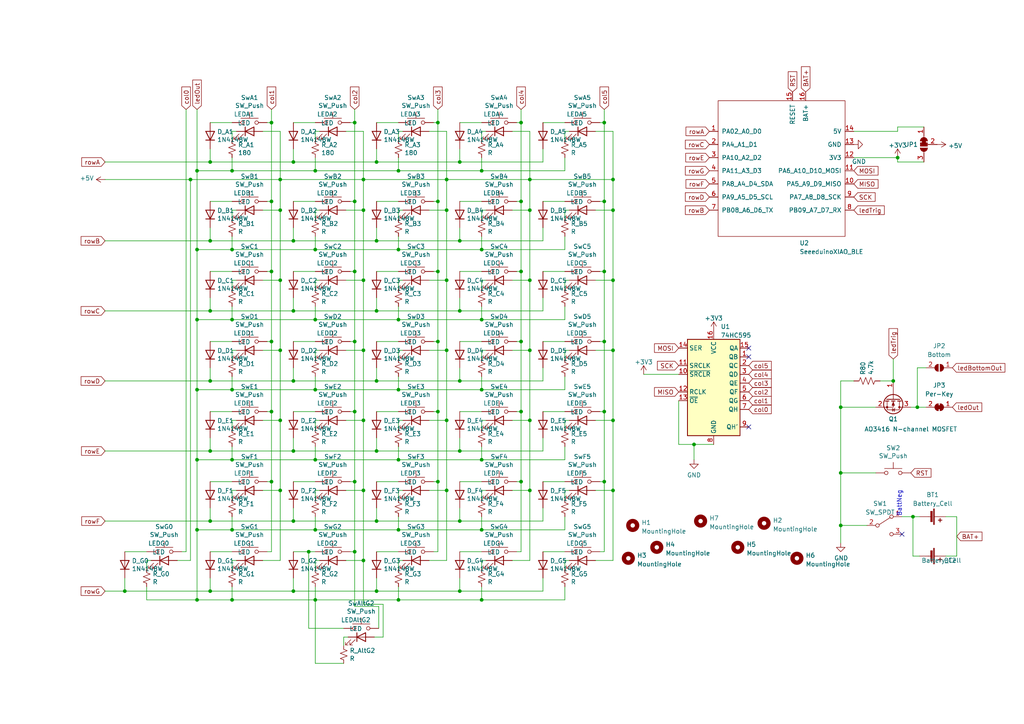
<source format=kicad_sch>
(kicad_sch (version 20230121) (generator eeschema)
  (paper "A4")
  (title_block (title "rev41lp") (date "2021-04-01") (rev "0.2") (company "B_sides"))
  (junction (at 105.41 60.96))
  (junction (at 102.87 58.42))
  (junction (at 57.15 113.03))
  (junction (at 57.15 133.35))
  (junction (at 78.74 78.74))
  (junction (at 67.31 113.03))
  (junction (at 133.35 151.13))
  (junction (at 175.26 139.7))
  (junction (at 243.84 118.11))
  (junction (at 67.31 133.35))
  (junction (at 260.35 45.72))
  (junction (at 109.22 46.99))
  (junction (at 105.41 81.28))
  (junction (at 57.15 49.53))
  (junction (at 334.01 104.14))
  (junction (at 102.87 99.06))
  (junction (at 81.28 101.6))
  (junction (at 127 35.56))
  (junction (at 115.57 113.03))
  (junction (at 102.87 78.74))
  (junction (at 177.8 121.92))
  (junction (at 91.44 113.03))
  (junction (at 129.54 142.24))
  (junction (at 115.57 153.67))
  (junction (at 67.31 153.67))
  (junction (at 60.96 46.99))
  (junction (at 57.15 72.39))
  (junction (at 85.09 46.99))
  (junction (at 243.84 137.16))
  (junction (at 78.74 139.7))
  (junction (at 60.96 110.49))
  (junction (at 85.09 151.13))
  (junction (at 91.44 49.53))
  (junction (at 139.7 153.67))
  (junction (at 396.24 76.835))
  (junction (at 67.31 49.53))
  (junction (at 81.28 142.24))
  (junction (at 151.13 35.56))
  (junction (at 127 139.7))
  (junction (at 102.87 119.38))
  (junction (at 127 99.06))
  (junction (at 78.74 35.56))
  (junction (at 361.95 76.835))
  (junction (at 133.35 171.45))
  (junction (at 350.52 104.14))
  (junction (at 102.87 35.56))
  (junction (at 327.66 69.85))
  (junction (at 264.795 149.86))
  (junction (at 153.67 101.6))
  (junction (at 151.13 99.06))
  (junction (at 67.31 72.39))
  (junction (at 85.09 110.49))
  (junction (at 57.15 173.99))
  (junction (at 85.09 130.81))
  (junction (at 78.74 99.06))
  (junction (at 109.22 130.81))
  (junction (at 55.245 52.07))
  (junction (at 102.87 139.7))
  (junction (at 115.57 49.53))
  (junction (at 127 119.38))
  (junction (at 153.67 60.96))
  (junction (at 109.22 110.49))
  (junction (at 133.35 69.85))
  (junction (at 361.95 69.85))
  (junction (at 414.02 76.835))
  (junction (at 139.7 133.35))
  (junction (at 243.84 152.4))
  (junction (at 115.57 133.35))
  (junction (at 60.96 171.45))
  (junction (at 139.7 92.71))
  (junction (at 177.8 52.07))
  (junction (at 153.67 142.24))
  (junction (at 91.44 92.71))
  (junction (at 139.7 49.53))
  (junction (at 177.8 101.6))
  (junction (at 127 78.74))
  (junction (at 153.67 121.92))
  (junction (at 91.44 133.35))
  (junction (at 345.44 76.835))
  (junction (at 60.96 69.85))
  (junction (at 133.35 46.99))
  (junction (at 115.57 92.71))
  (junction (at 175.26 78.74))
  (junction (at 102.87 160.02))
  (junction (at 259.08 110.49))
  (junction (at 133.35 110.49))
  (junction (at 57.15 153.67))
  (junction (at 85.09 90.17))
  (junction (at 60.96 90.17))
  (junction (at 81.28 81.28))
  (junction (at 78.74 58.42))
  (junction (at 105.41 142.24))
  (junction (at 60.96 130.81))
  (junction (at 129.54 52.07))
  (junction (at 139.7 173.99))
  (junction (at 115.57 72.39))
  (junction (at 81.28 52.07))
  (junction (at 201.295 128.905))
  (junction (at 133.35 90.17))
  (junction (at 379.095 76.835))
  (junction (at 175.26 35.56))
  (junction (at 129.54 81.28))
  (junction (at 175.26 58.42))
  (junction (at 78.74 119.38))
  (junction (at 384.81 85.725))
  (junction (at 177.8 60.96))
  (junction (at 57.15 92.71))
  (junction (at 91.44 72.39))
  (junction (at 109.22 171.45))
  (junction (at 85.09 69.85))
  (junction (at 105.41 162.56))
  (junction (at 127 58.42))
  (junction (at 129.54 101.6))
  (junction (at 67.31 92.71))
  (junction (at 151.13 78.74))
  (junction (at 129.54 121.92))
  (junction (at 109.22 69.85))
  (junction (at 350.52 85.725))
  (junction (at 314.325 85.725))
  (junction (at 367.665 85.725))
  (junction (at 151.13 139.7))
  (junction (at 384.81 104.14))
  (junction (at 91.44 173.99))
  (junction (at 105.41 52.07))
  (junction (at 153.67 81.28))
  (junction (at 396.24 69.85))
  (junction (at 129.54 60.96))
  (junction (at 60.96 151.13))
  (junction (at 177.8 81.28))
  (junction (at 139.7 113.03))
  (junction (at 153.67 52.07))
  (junction (at 379.095 69.85))
  (junction (at 81.28 60.96))
  (junction (at 139.7 72.39))
  (junction (at 327.66 76.835))
  (junction (at 175.26 99.06))
  (junction (at 67.31 173.99))
  (junction (at 91.44 153.67))
  (junction (at 345.44 69.85))
  (junction (at 105.41 121.92))
  (junction (at 316.23 85.725))
  (junction (at 334.01 85.725))
  (junction (at 81.28 121.92))
  (junction (at 266.065 118.11))
  (junction (at 115.57 173.99))
  (junction (at 177.8 142.24))
  (junction (at 36.195 171.45))
  (junction (at 133.35 130.81))
  (junction (at 151.13 58.42))
  (junction (at 151.13 119.38))
  (junction (at 109.22 90.17))
  (junction (at 316.23 104.14))
  (junction (at 105.41 101.6))
  (junction (at 367.665 104.14))
  (junction (at 109.22 151.13))
  (junction (at 175.26 119.38))
  (junction (at 85.09 171.45))
  (junction (at 89.535 160.02))
  (no_connect (at 217.17 103.505))
  (no_connect (at 261.62 154.94))
  (no_connect (at 217.17 123.825))
  (no_connect (at 217.17 100.965))
  (wire (pts (xy 91.44 60.96) (xy 92.71 60.96)))
  (wire (pts (xy 105.41 175.26) (xy 111.125 175.26)))
  (wire (pts (xy 139.7 142.24) (xy 140.97 142.24)))
  (wire (pts (xy 175.26 78.74) (xy 173.99 78.74)))
  (wire (pts (xy 264.16 118.11) (xy 266.065 118.11)))
  (wire (pts (xy 78.74 58.42) (xy 78.74 78.74)))
  (wire (pts (xy 85.09 43.18) (xy 85.09 46.99)))
  (wire (pts (xy 151.13 160.02) (xy 149.86 160.02)))
  (wire (pts (xy 85.09 106.68) (xy 85.09 110.49)))
  (wire (pts (xy 153.67 38.1) (xy 153.67 52.07)))
  (wire (pts (xy 67.31 142.24) (xy 67.31 144.78)))
  (wire (pts (xy 105.41 52.07) (xy 105.41 60.96)))
  (wire (pts (xy 91.44 162.56) (xy 92.71 162.56)))
  (wire (pts (xy 67.31 119.38) (xy 60.96 119.38)))
  (wire (pts (xy 67.31 162.56) (xy 68.58 162.56)))
  (wire (pts (xy 172.72 162.56) (xy 177.8 162.56)))
  (wire (pts (xy 102.87 58.42) (xy 102.87 78.74)))
  (wire (pts (xy 163.83 162.56) (xy 163.83 165.1)))
  (wire (pts (xy 267.97 36.83) (xy 260.35 36.83)))
  (wire (pts (xy 163.83 38.1) (xy 163.83 40.64)))
  (wire (pts (xy 109.22 171.45) (xy 85.09 171.45)))
  (wire (pts (xy 109.22 127) (xy 109.22 130.81)))
  (wire (pts (xy 153.67 81.28) (xy 153.67 101.6)))
  (wire (pts (xy 67.31 78.74) (xy 60.96 78.74)))
  (wire (pts (xy 57.15 72.39) (xy 57.15 92.71)))
  (wire (pts (xy 67.31 72.39) (xy 57.15 72.39)))
  (wire (pts (xy 163.83 81.28) (xy 163.83 83.82)))
  (wire (pts (xy 67.31 60.96) (xy 67.31 63.5)))
  (wire (pts (xy 100.33 38.1) (xy 105.41 38.1)))
  (wire (pts (xy 115.57 81.28) (xy 116.84 81.28)))
  (wire (pts (xy 67.31 99.06) (xy 60.96 99.06)))
  (wire (pts (xy 163.83 170.18) (xy 163.83 173.99)))
  (wire (pts (xy 115.57 60.96) (xy 116.84 60.96)))
  (wire (pts (xy 109.22 130.81) (xy 85.09 130.81)))
  (wire (pts (xy 129.54 101.6) (xy 129.54 121.92)))
  (wire (pts (xy 177.8 81.28) (xy 177.8 101.6)))
  (wire (pts (xy 157.48 147.32) (xy 157.48 151.13)))
  (wire (pts (xy 157.48 90.17) (xy 133.35 90.17)))
  (wire (pts (xy 60.96 66.04) (xy 60.96 69.85)))
  (wire (pts (xy 148.59 142.24) (xy 153.67 142.24)))
  (wire (pts (xy 91.44 101.6) (xy 91.44 104.14)))
  (wire (pts (xy 67.31 88.9) (xy 67.31 92.71)))
  (wire (pts (xy 81.28 52.07) (xy 81.28 60.96)))
  (wire (pts (xy 163.83 173.99) (xy 139.7 173.99)))
  (wire (pts (xy 254 137.16) (xy 243.84 137.16)))
  (wire (pts (xy 139.7 121.92) (xy 140.97 121.92)))
  (wire (pts (xy 102.87 119.38) (xy 102.87 139.7)))
  (wire (pts (xy 177.8 142.24) (xy 177.8 162.56)))
  (wire (pts (xy 157.48 110.49) (xy 133.35 110.49)))
  (wire (pts (xy 76.2 81.28) (xy 81.28 81.28)))
  (wire (pts (xy 129.54 52.07) (xy 129.54 60.96)))
  (wire (pts (xy 115.57 170.18) (xy 115.57 173.99)))
  (wire (pts (xy 177.8 60.96) (xy 177.8 81.28)))
  (wire (pts (xy 163.83 119.38) (xy 157.48 119.38)))
  (wire (pts (xy 57.15 31.75) (xy 57.15 49.53)))
  (wire (pts (xy 345.44 69.85) (xy 345.44 76.835)))
  (wire (pts (xy 115.57 78.74) (xy 109.22 78.74)))
  (wire (pts (xy 127 139.7) (xy 125.73 139.7)))
  (wire (pts (xy 153.67 52.07) (xy 177.8 52.07)))
  (wire (pts (xy 367.665 85.725) (xy 384.81 85.725)))
  (wire (pts (xy 260.35 46.99) (xy 260.35 45.72)))
  (wire (pts (xy 172.72 38.1) (xy 177.8 38.1)))
  (wire (pts (xy 76.2 60.96) (xy 81.28 60.96)))
  (wire (pts (xy 78.74 58.42) (xy 77.47 58.42)))
  (wire (pts (xy 91.44 153.67) (xy 67.31 153.67)))
  (wire (pts (xy 133.35 106.68) (xy 133.35 110.49)))
  (wire (pts (xy 76.2 38.1) (xy 81.28 38.1)))
  (wire (pts (xy 133.35 110.49) (xy 109.22 110.49)))
  (wire (pts (xy 42.545 162.56) (xy 42.545 165.1)))
  (wire (pts (xy 139.7 170.18) (xy 139.7 173.99)))
  (wire (pts (xy 100.33 60.96) (xy 105.41 60.96)))
  (wire (pts (xy 78.74 78.74) (xy 77.47 78.74)))
  (wire (pts (xy 320.04 95.25) (xy 316.23 95.25)))
  (wire (pts (xy 157.48 151.13) (xy 133.35 151.13)))
  (wire (pts (xy 367.665 95.25) (xy 367.665 99.06)))
  (wire (pts (xy 139.7 68.58) (xy 139.7 72.39)))
  (wire (pts (xy 67.31 129.54) (xy 67.31 133.35)))
  (wire (pts (xy 139.7 49.53) (xy 115.57 49.53)))
  (wire (pts (xy 30.48 52.07) (xy 55.245 52.07)))
  (wire (pts (xy 127 119.38) (xy 127 139.7)))
  (wire (pts (xy 367.665 76.835) (xy 367.665 80.645)))
  (wire (pts (xy 163.83 49.53) (xy 139.7 49.53)))
  (wire (pts (xy 354.33 95.25) (xy 350.52 95.25)))
  (wire (pts (xy 60.96 86.36) (xy 60.96 90.17)))
  (wire (pts (xy 67.31 81.28) (xy 68.58 81.28)))
  (wire (pts (xy 109.22 86.36) (xy 109.22 90.17)))
  (wire (pts (xy 78.74 139.7) (xy 78.74 160.02)))
  (wire (pts (xy 89.535 160.02) (xy 85.09 160.02)))
  (wire (pts (xy 57.15 133.35) (xy 57.15 153.67)))
  (wire (pts (xy 148.59 101.6) (xy 153.67 101.6)))
  (wire (pts (xy 57.15 49.53) (xy 67.31 49.53)))
  (wire (pts (xy 115.57 49.53) (xy 91.44 49.53)))
  (wire (pts (xy 109.22 66.04) (xy 109.22 69.85)))
  (wire (pts (xy 266.065 118.11) (xy 268.605 118.11)))
  (wire (pts (xy 139.7 101.6) (xy 140.97 101.6)))
  (wire (pts (xy 57.15 49.53) (xy 57.15 72.39)))
  (wire (pts (xy 350.52 95.25) (xy 350.52 99.06)))
  (wire (pts (xy 91.44 173.99) (xy 115.57 173.99)))
  (wire (pts (xy 57.15 173.99) (xy 67.31 173.99)))
  (wire (pts (xy 196.85 116.205) (xy 196.85 128.905)))
  (wire (pts (xy 115.57 119.38) (xy 109.22 119.38)))
  (wire (pts (xy 124.46 101.6) (xy 129.54 101.6)))
  (wire (pts (xy 67.31 58.42) (xy 60.96 58.42)))
  (wire (pts (xy 163.83 139.7) (xy 157.48 139.7)))
  (wire (pts (xy 102.87 78.74) (xy 102.87 99.06)))
  (wire (pts (xy 175.26 35.56) (xy 175.26 58.42)))
  (wire (pts (xy 151.13 78.74) (xy 151.13 99.06)))
  (wire (pts (xy 91.44 162.56) (xy 91.44 165.1)))
  (wire (pts (xy 115.57 99.06) (xy 109.22 99.06)))
  (wire (pts (xy 177.8 101.6) (xy 177.8 121.92)))
  (wire (pts (xy 384.81 76.835) (xy 384.81 80.645)))
  (wire (pts (xy 127 99.06) (xy 127 119.38)))
  (wire (pts (xy 115.57 45.72) (xy 115.57 49.53)))
  (wire (pts (xy 78.74 35.56) (xy 78.74 58.42)))
  (wire (pts (xy 91.44 121.92) (xy 91.44 124.46)))
  (wire (pts (xy 243.84 137.16) (xy 243.84 152.4)))
  (wire (pts (xy 151.13 139.7) (xy 151.13 160.02)))
  (wire (pts (xy 78.74 31.75) (xy 78.74 35.56)))
  (wire (pts (xy 102.87 160.02) (xy 101.6 160.02)))
  (wire (pts (xy 243.84 110.49) (xy 243.84 118.11)))
  (wire (pts (xy 91.44 113.03) (xy 67.31 113.03)))
  (wire (pts (xy 115.57 142.24) (xy 116.84 142.24)))
  (wire (pts (xy 91.44 192.405) (xy 99.695 192.405)))
  (wire (pts (xy 175.26 78.74) (xy 175.26 99.06)))
  (wire (pts (xy 67.31 92.71) (xy 57.15 92.71)))
  (wire (pts (xy 67.31 38.1) (xy 68.58 38.1)))
  (wire (pts (xy 133.35 90.17) (xy 109.22 90.17)))
  (wire (pts (xy 406.4 95.25) (xy 402.59 95.25)))
  (wire (pts (xy 67.31 38.1) (xy 67.31 40.64)))
  (wire (pts (xy 99.695 184.785) (xy 99.695 187.325)))
  (wire (pts (xy 139.7 72.39) (xy 115.57 72.39)))
  (wire (pts (xy 148.59 38.1) (xy 153.67 38.1)))
  (wire (pts (xy 67.31 60.96) (xy 68.58 60.96)))
  (wire (pts (xy 57.15 133.35) (xy 67.31 133.35)))
  (wire (pts (xy 163.83 60.96) (xy 163.83 63.5)))
  (wire (pts (xy 105.41 142.24) (xy 105.41 162.56)))
  (wire (pts (xy 133.35 66.04) (xy 133.35 69.85)))
  (wire (pts (xy 196.85 128.905) (xy 201.295 128.905)))
  (wire (pts (xy 115.57 81.28) (xy 115.57 83.82)))
  (wire (pts (xy 67.31 121.92) (xy 67.31 124.46)))
  (wire (pts (xy 91.44 101.6) (xy 92.71 101.6)))
  (wire (pts (xy 316.23 85.725) (xy 334.01 85.725)))
  (wire (pts (xy 100.33 81.28) (xy 105.41 81.28)))
  (wire (pts (xy 60.96 127) (xy 60.96 130.81)))
  (wire (pts (xy 53.975 31.75) (xy 53.975 160.02)))
  (wire (pts (xy 139.7 129.54) (xy 139.7 133.35)))
  (wire (pts (xy 266.065 106.68) (xy 268.605 106.68)))
  (wire (pts (xy 384.81 85.725) (xy 402.59 85.725)))
  (wire (pts (xy 100.33 142.24) (xy 105.41 142.24)))
  (wire (pts (xy 67.31 170.18) (xy 67.31 173.99)))
  (wire (pts (xy 327.66 69.85) (xy 345.44 69.85)))
  (wire (pts (xy 67.31 113.03) (xy 57.15 113.03)))
  (wire (pts (xy 109.22 110.49) (xy 85.09 110.49)))
  (wire (pts (xy 115.57 58.42) (xy 109.22 58.42)))
  (wire (pts (xy 334.01 104.14) (xy 350.52 104.14)))
  (wire (pts (xy 78.74 99.06) (xy 78.74 119.38)))
  (wire (pts (xy 151.13 58.42) (xy 151.13 78.74)))
  (wire (pts (xy 115.57 72.39) (xy 91.44 72.39)))
  (wire (pts (xy 76.2 101.6) (xy 81.28 101.6)))
  (wire (pts (xy 100.33 162.56) (xy 105.41 162.56)))
  (wire (pts (xy 133.35 86.36) (xy 133.35 90.17)))
  (wire (pts (xy 139.7 99.06) (xy 133.35 99.06)))
  (wire (pts (xy 153.67 142.24) (xy 153.67 162.56)))
  (wire (pts (xy 163.83 88.9) (xy 163.83 92.71)))
  (wire (pts (xy 327.66 76.835) (xy 327.66 95.25)))
  (wire (pts (xy 127 58.42) (xy 127 78.74)))
  (wire (pts (xy 384.81 104.14) (xy 402.59 104.14)))
  (wire (pts (xy 157.48 171.45) (xy 133.35 171.45)))
  (wire (pts (xy 81.28 81.28) (xy 81.28 101.6)))
  (wire (pts (xy 177.8 52.07) (xy 177.8 60.96)))
  (wire (pts (xy 163.83 142.24) (xy 165.1 142.24)))
  (wire (pts (xy 127 119.38) (xy 125.73 119.38)))
  (wire (pts (xy 109.855 175.895) (xy 109.855 182.245)))
  (wire (pts (xy 115.57 113.03) (xy 91.44 113.03)))
  (wire (pts (xy 57.15 92.71) (xy 57.15 113.03)))
  (wire (pts (xy 30.48 171.45) (xy 36.195 171.45)))
  (wire (pts (xy 78.74 78.74) (xy 78.74 99.06)))
  (wire (pts (xy 60.96 106.68) (xy 60.96 110.49)))
  (wire (pts (xy 91.44 173.99) (xy 91.44 192.405)))
  (wire (pts (xy 264.795 149.86) (xy 264.795 161.29)))
  (wire (pts (xy 81.28 101.6) (xy 81.28 121.92)))
  (wire (pts (xy 139.7 38.1) (xy 139.7 40.64)))
  (wire (pts (xy 139.7 60.96) (xy 140.97 60.96)))
  (wire (pts (xy 115.57 149.86) (xy 115.57 153.67)))
  (wire (pts (xy 334.01 95.25) (xy 334.01 99.06)))
  (wire (pts (xy 264.795 161.29) (xy 266.7 161.29)))
  (wire (pts (xy 151.13 119.38) (xy 151.13 139.7)))
  (wire (pts (xy 30.48 151.13) (xy 60.96 151.13)))
  (wire (pts (xy 139.7 162.56) (xy 140.97 162.56)))
  (wire (pts (xy 91.44 78.74) (xy 85.09 78.74)))
  (wire (pts (xy 139.7 88.9) (xy 139.7 92.71)))
  (wire (pts (xy 91.44 88.9) (xy 91.44 92.71)))
  (wire (pts (xy 51.435 162.56) (xy 55.245 162.56)))
  (wire (pts (xy 153.67 52.07) (xy 153.67 60.96)))
  (wire (pts (xy 102.87 31.75) (xy 102.87 35.56)))
  (wire (pts (xy 102.87 160.02) (xy 102.87 175.895)))
  (wire (pts (xy 102.87 78.74) (xy 101.6 78.74)))
  (wire (pts (xy 102.87 99.06) (xy 101.6 99.06)))
  (wire (pts (xy 247.65 110.49) (xy 243.84 110.49)))
  (wire (pts (xy 129.54 142.24) (xy 129.54 162.56)))
  (wire (pts (xy 67.31 142.24) (xy 68.58 142.24)))
  (wire (pts (xy 102.87 175.895) (xy 109.855 175.895)))
  (wire (pts (xy 42.545 173.99) (xy 57.15 173.99)))
  (wire (pts (xy 67.31 160.02) (xy 60.96 160.02)))
  (wire (pts (xy 354.33 76.835) (xy 350.52 76.835)))
  (wire (pts (xy 100.33 121.92) (xy 105.41 121.92)))
  (wire (pts (xy 139.7 113.03) (xy 115.57 113.03)))
  (wire (pts (xy 361.95 69.85) (xy 361.95 76.835)))
  (wire (pts (xy 175.26 31.75) (xy 175.26 35.56)))
  (wire (pts (xy 151.13 58.42) (xy 149.86 58.42)))
  (wire (pts (xy 243.84 118.11) (xy 243.84 137.16)))
  (wire (pts (xy 163.83 60.96) (xy 165.1 60.96)))
  (wire (pts (xy 133.35 147.32) (xy 133.35 151.13)))
  (wire (pts (xy 175.26 58.42) (xy 173.99 58.42)))
  (wire (pts (xy 91.44 99.06) (xy 85.09 99.06)))
  (wire (pts (xy 91.44 139.7) (xy 85.09 139.7)))
  (wire (pts (xy 91.44 38.1) (xy 91.44 40.64)))
  (wire (pts (xy 334.01 76.835) (xy 334.01 80.645)))
  (wire (pts (xy 337.82 76.835) (xy 334.01 76.835)))
  (wire (pts (xy 85.09 147.32) (xy 85.09 151.13)))
  (wire (pts (xy 396.24 69.85) (xy 379.095 69.85)))
  (wire (pts (xy 148.59 121.92) (xy 153.67 121.92)))
  (wire (pts (xy 124.46 121.92) (xy 129.54 121.92)))
  (wire (pts (xy 99.695 184.785) (xy 100.965 184.785)))
  (wire (pts (xy 151.13 119.38) (xy 149.86 119.38)))
  (wire (pts (xy 78.74 35.56) (xy 77.47 35.56)))
  (wire (pts (xy 115.57 92.71) (xy 91.44 92.71)))
  (wire (pts (xy 67.31 101.6) (xy 67.31 104.14)))
  (wire (pts (xy 139.7 35.56) (xy 133.35 35.56)))
  (wire (pts (xy 388.62 95.25) (xy 384.81 95.25)))
  (wire (pts (xy 314.325 85.725) (xy 316.23 85.725)))
  (wire (pts (xy 327.66 69.85) (xy 327.66 76.835)))
  (wire (pts (xy 89.535 182.245) (xy 89.535 160.02)))
  (wire (pts (xy 57.15 153.67) (xy 57.15 173.99)))
  (wire (pts (xy 139.7 38.1) (xy 140.97 38.1)))
  (wire (pts (xy 371.475 76.835) (xy 367.665 76.835)))
  (wire (pts (xy 139.7 162.56) (xy 139.7 165.1)))
  (wire (pts (xy 163.83 45.72) (xy 163.83 49.53)))
  (wire (pts (xy 115.57 139.7) (xy 109.22 139.7)))
  (wire (pts (xy 30.48 90.17) (xy 60.96 90.17)))
  (wire (pts (xy 175.26 139.7) (xy 173.99 139.7)))
  (wire (pts (xy 163.83 101.6) (xy 165.1 101.6)))
  (wire (pts (xy 350.52 85.725) (xy 367.665 85.725)))
  (wire (pts (xy 36.195 160.02) (xy 42.545 160.02)))
  (wire (pts (xy 139.7 119.38) (xy 133.35 119.38)))
  (wire (pts (xy 163.83 68.58) (xy 163.83 72.39)))
  (wire (pts (xy 91.44 72.39) (xy 67.31 72.39)))
  (wire (pts (xy 91.44 170.18) (xy 91.44 173.99)))
  (wire (pts (xy 163.83 58.42) (xy 157.48 58.42)))
  (wire (pts (xy 151.13 78.74) (xy 149.86 78.74)))
  (wire (pts (xy 91.44 58.42) (xy 85.09 58.42)))
  (wire (pts (xy 139.7 149.86) (xy 139.7 153.67)))
  (wire (pts (xy 67.31 162.56) (xy 67.31 165.1)))
  (wire (pts (xy 163.83 133.35) (xy 139.7 133.35)))
  (wire (pts (xy 139.7 153.67) (xy 115.57 153.67)))
  (wire (pts (xy 76.2 121.92) (xy 81.28 121.92)))
  (wire (pts (xy 207.01 128.905) (xy 201.295 128.905)))
  (wire (pts (xy 139.7 139.7) (xy 133.35 139.7)))
  (wire (pts (xy 129.54 60.96) (xy 129.54 81.28)))
  (wire (pts (xy 314.325 104.14) (xy 316.23 104.14)))
  (wire (pts (xy 153.67 101.6) (xy 153.67 121.92)))
  (wire (pts (xy 52.705 160.02) (xy 53.975 160.02)))
  (wire (pts (xy 85.09 90.17) (xy 60.96 90.17)))
  (wire (pts (xy 91.44 109.22) (xy 91.44 113.03)))
  (wire (pts (xy 85.09 127) (xy 85.09 130.81)))
  (wire (pts (xy 85.09 86.36) (xy 85.09 90.17)))
  (wire (pts (xy 91.44 119.38) (xy 85.09 119.38)))
  (wire (pts (xy 172.72 101.6) (xy 177.8 101.6)))
  (wire (pts (xy 124.46 142.24) (xy 129.54 142.24)))
  (wire (pts (xy 91.44 81.28) (xy 92.71 81.28)))
  (wire (pts (xy 78.74 160.02) (xy 77.47 160.02)))
  (wire (pts (xy 175.26 99.06) (xy 175.26 119.38)))
  (wire (pts (xy 115.57 109.22) (xy 115.57 113.03)))
  (wire (pts (xy 85.09 167.64) (xy 85.09 171.45)))
  (wire (pts (xy 402.59 76.835) (xy 402.59 80.645)))
  (wire (pts (xy 314.325 104.14) (xy 314.325 85.725)))
  (wire (pts (xy 153.67 60.96) (xy 153.67 81.28)))
  (wire (pts (xy 127 78.74) (xy 127 99.06)))
  (wire (pts (xy 177.8 121.92) (xy 177.8 142.24)))
  (wire (pts (xy 148.59 162.56) (xy 153.67 162.56)))
  (wire (pts (xy 255.27 110.49) (xy 259.08 110.49)))
  (wire (pts (xy 67.31 149.86) (xy 67.31 153.67)))
  (wire (pts (xy 163.83 92.71) (xy 139.7 92.71)))
  (wire (pts (xy 102.87 119.38) (xy 101.6 119.38)))
  (wire (pts (xy 67.31 101.6) (xy 68.58 101.6)))
  (wire (pts (xy 91.44 149.86) (xy 91.44 153.67)))
  (wire (pts (xy 85.09 151.13) (xy 60.96 151.13)))
  (wire (pts (xy 264.795 149.86) (xy 266.7 149.86)))
  (wire (pts (xy 105.41 60.96) (xy 105.41 81.28)))
  (wire (pts (xy 42.545 170.18) (xy 42.545 173.99)))
  (wire (pts (xy 345.44 76.835) (xy 345.44 95.25)))
  (wire (pts (xy 109.22 106.68) (xy 109.22 110.49)))
  (wire (pts (xy 153.67 121.92) (xy 153.67 142.24)))
  (wire (pts (xy 30.48 130.81) (xy 60.96 130.81)))
  (wire (pts (xy 388.62 76.835) (xy 384.81 76.835)))
  (wire (pts (xy 260.35 36.83) (xy 260.35 38.1)))
  (wire (pts (xy 196.85 108.585) (xy 186.69 108.585)))
  (wire (pts (xy 105.41 52.07) (xy 129.54 52.07)))
  (wire (pts (xy 151.13 31.75) (xy 151.13 35.56)))
  (wire (pts (xy 91.44 160.02) (xy 89.535 160.02)))
  (wire (pts (xy 81.28 52.07) (xy 105.41 52.07)))
  (wire (pts (xy 105.41 101.6) (xy 105.41 121.92)))
  (wire (pts (xy 67.31 68.58) (xy 67.31 72.39)))
  (wire (pts (xy 163.83 162.56) (xy 165.1 162.56)))
  (wire (pts (xy 406.4 76.835) (xy 402.59 76.835)))
  (wire (pts (xy 115.57 88.9) (xy 115.57 92.71)))
  (wire (pts (xy 78.74 139.7) (xy 77.47 139.7)))
  (wire (pts (xy 115.57 162.56) (xy 116.84 162.56)))
  (wire (pts (xy 85.09 66.04) (xy 85.09 69.85)))
  (wire (pts (xy 175.26 35.56) (xy 173.99 35.56)))
  (wire (pts (xy 115.57 133.35) (xy 91.44 133.35)))
  (wire (pts (xy 139.7 45.72) (xy 139.7 49.53)))
  (wire (pts (xy 124.46 81.28) (xy 129.54 81.28)))
  (wire (pts (xy 78.74 99.06) (xy 77.47 99.06)))
  (wire (pts (xy 115.57 142.24) (xy 115.57 144.78)))
  (wire (pts (xy 163.83 78.74) (xy 157.48 78.74)))
  (wire (pts (xy 163.83 72.39) (xy 139.7 72.39)))
  (wire (pts (xy 163.83 113.03) (xy 139.7 113.03)))
  (wire (pts (xy 157.48 66.04) (xy 157.48 69.85)))
  (wire (pts (xy 316.23 104.14) (xy 334.01 104.14)))
  (wire (pts (xy 81.28 60.96) (xy 81.28 81.28)))
  (wire (pts (xy 129.54 52.07) (xy 153.67 52.07)))
  (wire (pts (xy 139.7 160.02) (xy 133.35 160.02)))
  (wire (pts (xy 384.81 95.25) (xy 384.81 99.06)))
  (wire (pts (xy 163.83 101.6) (xy 163.83 104.14)))
  (wire (pts (xy 274.32 161.29) (xy 277.495 161.29)))
  (wire (pts (xy 91.44 38.1) (xy 92.71 38.1)))
  (wire (pts (xy 81.28 38.1) (xy 81.28 52.07)))
  (wire (pts (xy 91.44 173.99) (xy 67.31 173.99)))
  (wire (pts (xy 345.44 69.85) (xy 361.95 69.85)))
  (wire (pts (xy 157.48 43.18) (xy 157.48 46.99)))
  (wire (pts (xy 42.545 162.56) (xy 43.815 162.56)))
  (wire (pts (xy 175.26 139.7) (xy 175.26 160.02)))
  (wire (pts (xy 139.7 58.42) (xy 133.35 58.42)))
  (wire (pts (xy 36.195 167.64) (xy 36.195 171.45)))
  (wire (pts (xy 139.7 92.71) (xy 115.57 92.71)))
  (wire (pts (xy 55.245 52.07) (xy 81.28 52.07)))
  (wire (pts (xy 129.54 81.28) (xy 129.54 101.6)))
  (wire (pts (xy 177.8 38.1) (xy 177.8 52.07)))
  (wire (pts (xy 367.665 104.14) (xy 384.81 104.14)))
  (wire (pts (xy 102.87 35.56) (xy 101.6 35.56)))
  (wire (pts (xy 163.83 35.56) (xy 157.48 35.56)))
  (wire (pts (xy 60.96 147.32) (xy 60.96 151.13)))
  (wire (pts (xy 124.46 162.56) (xy 129.54 162.56)))
  (wire (pts (xy 175.26 99.06) (xy 173.99 99.06)))
  (wire (pts (xy 151.13 139.7) (xy 149.86 139.7)))
  (wire (pts (xy 91.44 49.53) (xy 67.31 49.53)))
  (wire (pts (xy 91.44 121.92) (xy 92.71 121.92)))
  (wire (pts (xy 115.57 129.54) (xy 115.57 133.35)))
  (wire (pts (xy 105.41 38.1) (xy 105.41 52.07)))
  (wire (pts (xy 316.23 76.835) (xy 316.23 80.645)))
  (wire (pts (xy 109.22 90.17) (xy 85.09 90.17)))
  (wire (pts (xy 361.95 69.85) (xy 379.095 69.85)))
  (wire (pts (xy 67.31 45.72) (xy 67.31 49.53)))
  (wire (pts (xy 36.195 171.45) (xy 60.96 171.45)))
  (wire (pts (xy 151.13 99.06) (xy 149.86 99.06)))
  (wire (pts (xy 100.33 101.6) (xy 105.41 101.6)))
  (wire (pts (xy 163.83 129.54) (xy 163.83 133.35)))
  (wire (pts (xy 414.02 76.835) (xy 414.02 69.85)))
  (wire (pts (xy 127 78.74) (xy 125.73 78.74)))
  (wire (pts (xy 115.57 60.96) (xy 115.57 63.5)))
  (wire (pts (xy 133.35 130.81) (xy 109.22 130.81)))
  (wire (pts (xy 148.59 60.96) (xy 153.67 60.96)))
  (wire (pts (xy 85.09 46.99) (xy 60.96 46.99)))
  (wire (pts (xy 175.26 119.38) (xy 173.99 119.38)))
  (wire (pts (xy 81.28 121.92) (xy 81.28 142.24)))
  (wire (pts (xy 334.01 85.725) (xy 350.52 85.725)))
  (wire (pts (xy 163.83 81.28) (xy 165.1 81.28)))
  (wire (pts (xy 379.095 69.85) (xy 379.095 76.835)))
  (wire (pts (xy 139.7 60.96) (xy 139.7 63.5)))
  (wire (pts (xy 115.57 101.6) (xy 116.84 101.6)))
  (wire (pts (xy 115.57 121.92) (xy 116.84 121.92)))
  (wire (pts (xy 109.22 167.64) (xy 109.22 171.45)))
  (wire (pts (xy 109.22 69.85) (xy 85.09 69.85)))
  (wire (pts (xy 414.02 69.85) (xy 396.24 69.85)))
  (wire (pts (xy 361.95 76.835) (xy 361.95 95.25)))
  (wire (pts (xy 350.52 76.835) (xy 350.52 80.645)))
  (wire (pts (xy 111.125 175.26) (xy 111.125 184.785)))
  (wire (pts (xy 254 118.11) (xy 243.84 118.11)))
  (wire (pts (xy 157.48 86.36) (xy 157.48 90.17)))
  (wire (pts (xy 30.48 110.49) (xy 60.96 110.49)))
  (wire (pts (xy 91.44 35.56) (xy 85.09 35.56)))
  (wire (pts (xy 320.04 76.835) (xy 316.23 76.835)))
  (wire (pts (xy 102.87 35.56) (xy 102.87 58.42)))
  (wire (pts (xy 67.31 109.22) (xy 67.31 113.03)))
  (wire (pts (xy 133.35 46.99) (xy 109.22 46.99)))
  (wire (pts (xy 109.22 151.13) (xy 85.09 151.13)))
  (wire (pts (xy 139.7 78.74) (xy 133.35 78.74)))
  (wire (pts (xy 85.09 110.49) (xy 60.96 110.49)))
  (wire (pts (xy 102.87 99.06) (xy 102.87 119.38)))
  (wire (pts (xy 127 58.42) (xy 125.73 58.42)))
  (wire (pts (xy 163.83 142.24) (xy 163.83 144.78)))
  (wire (pts (xy 327.66 68.58) (xy 327.66 69.85)))
  (wire (pts (xy 109.22 46.99) (xy 85.09 46.99)))
  (wire (pts (xy 115.57 38.1) (xy 116.84 38.1)))
  (wire (pts (xy 60.96 171.45) (xy 85.09 171.45)))
  (wire (pts (xy 151.13 99.06) (xy 151.13 119.38)))
  (wire (pts (xy 201.295 128.905) (xy 201.295 133.35)))
  (wire (pts (xy 127 35.56) (xy 127 58.42)))
  (wire (pts (xy 115.57 101.6) (xy 115.57 104.14)))
  (wire (pts (xy 133.35 69.85) (xy 109.22 69.85)))
  (wire (pts (xy 109.22 147.32) (xy 109.22 151.13)))
  (wire (pts (xy 105.41 121.92) (xy 105.41 142.24)))
  (wire (pts (xy 124.46 38.1) (xy 129.54 38.1)))
  (wire (pts (xy 133.35 127) (xy 133.35 130.81)))
  (wire (pts (xy 243.84 152.4) (xy 243.84 157.48)))
  (wire (pts (xy 163.83 99.06) (xy 157.48 99.06)))
  (wire (pts (xy 163.83 149.86) (xy 163.83 153.67)))
  (wire (pts (xy 151.13 35.56) (xy 149.86 35.56)))
  (wire (pts (xy 127 99.06) (xy 125.73 99.06)))
  (wire (pts (xy 91.44 60.96) (xy 91.44 63.5)))
  (wire (pts (xy 414.02 76.835) (xy 414.02 95.25)))
  (wire (pts (xy 78.74 119.38) (xy 77.47 119.38)))
  (wire (pts (xy 115.57 38.1) (xy 115.57 40.64)))
  (wire (pts (xy 129.54 38.1) (xy 129.54 52.07)))
  (wire (pts (xy 251.46 152.4) (xy 243.84 152.4)))
  (wire (pts (xy 379.095 76.835) (xy 379.095 95.25)))
  (wire (pts (xy 267.97 46.99) (xy 260.35 46.99)))
  (wire (pts (xy 57.15 113.03) (xy 57.15 133.35)))
  (wire (pts (xy 139.7 81.28) (xy 139.7 83.82)))
  (wire (pts (xy 91.44 92.71) (xy 67.31 92.71)))
  (wire (pts (xy 30.48 46.99) (xy 60.96 46.99)))
  (wire (pts (xy 91.44 142.24) (xy 92.71 142.24)))
  (wire (pts (xy 396.24 76.835) (xy 396.24 95.25)))
  (wire (pts (xy 163.83 153.67) (xy 139.7 153.67)))
  (wire (pts (xy 163.83 160.02) (xy 157.48 160.02)))
  (wire (pts (xy 57.15 153.67) (xy 67.31 153.67)))
  (wire (pts (xy 350.52 104.14) (xy 367.665 104.14)))
  (wire (pts (xy 133.35 151.13) (xy 109.22 151.13)))
  (wire (pts (xy 67.31 139.7) (xy 60.96 139.7)))
  (wire (pts (xy 175.26 58.42) (xy 175.26 78.74)))
  (wire (pts (xy 151.13 35.56) (xy 151.13 58.42)))
  (wire (pts (xy 127 139.7) (xy 127 160.02)))
  (wire (pts (xy 163.83 38.1) (xy 165.1 38.1)))
  (wire (pts (xy 157.48 106.68) (xy 157.48 110.49)))
  (wire (pts (xy 67.31 35.56) (xy 60.96 35.56)))
  (wire (pts (xy 261.62 149.86) (xy 264.795 149.86)))
  (wire (pts (xy 133.35 167.64) (xy 133.35 171.45)))
  (wire (pts (xy 76.2 162.56) (xy 81.28 162.56)))
  (wire (pts (xy 102.87 139.7) (xy 101.6 139.7)))
  (wire (pts (xy 91.44 68.58) (xy 91.44 72.39)))
  (wire (pts (xy 55.245 52.07) (xy 55.245 162.56)))
  (wire (pts (xy 175.26 160.02) (xy 173.99 160.02)))
  (wire (pts (xy 81.28 142.24) (xy 81.28 162.56)))
  (wire (pts (xy 139.7 121.92) (xy 139.7 124.46)))
  (wire (pts (xy 139.7 133.35) (xy 115.57 133.35)))
  (wire (pts (xy 76.2 142.24) (xy 81.28 142.24)))
  (wire (pts (xy 91.44 142.24) (xy 91.44 144.78)))
  (wire (pts (xy 115.57 68.58) (xy 115.57 72.39)))
  (wire (pts (xy 163.83 121.92) (xy 163.83 124.46)))
  (wire (pts (xy 163.83 109.22) (xy 163.83 113.03)))
  (wire (pts (xy 108.585 184.785) (xy 111.125 184.785)))
  (wire (pts (xy 60.96 43.18) (xy 60.96 46.99)))
  (wire (pts (xy 127 31.75) (xy 127 35.56)))
  (wire (pts (xy 115.57 35.56) (xy 109.22 35.56)))
  (wire (pts (xy 91.44 81.28) (xy 91.44 83.82)))
  (wire (pts (xy 157.48 127) (xy 157.48 130.81)))
  (wire (pts (xy 148.59 81.28) (xy 153.67 81.28)))
  (wire (pts (xy 157.48 69.85) (xy 133.35 69.85)))
  (wire (pts (xy 247.65 38.1) (xy 260.35 38.1)))
  (wire (pts (xy 127 160.02) (xy 125.73 160.02)))
  (wire (pts (xy 396.24 76.835) (xy 396.24 69.85)))
  (wire (pts (xy 129.54 121.92) (xy 129.54 142.24)))
  (wire (pts (xy 91.44 129.54) (xy 91.44 133.35)))
  (wire (pts (xy 102.87 139.7) (xy 102.87 160.02)))
  (wire (pts (xy 172.72 60.96) (xy 177.8 60.96)))
  (wire (pts (xy 266.065 118.11) (xy 266.065 106.68)))
  (wire (pts (xy 133.35 43.18) (xy 133.35 46.99)))
  (wire (pts (xy 115.57 121.92) (xy 115.57 124.46)))
  (wire (pts (xy 337.82 95.25) (xy 334.01 95.25)))
  (wire (pts (xy 172.72 81.28) (xy 177.8 81.28)))
  (wire (pts (xy 67.31 81.28) (xy 67.31 83.82)))
  (wire (pts (xy 78.74 119.38) (xy 78.74 139.7)))
  (wire (pts (xy 139.7 109.22) (xy 139.7 113.03)))
  (wire (pts (xy 172.72 142.24) (xy 177.8 142.24)))
  (wire (pts (xy 402.59 95.25) (xy 402.59 99.06)))
  (wire (pts (xy 139.7 142.24) (xy 139.7 144.78)))
  (wire (pts (xy 157.48 46.99) (xy 133.35 46.99)))
  (wire (pts (xy 115.57 160.02) (xy 109.22 160.02)))
  (wire (pts (xy 124.46 60.96) (xy 129.54 60.96)))
  (wire (pts (xy 175.26 119.38) (xy 175.26 139.7)))
  (wire (pts (xy 260.35 45.72) (xy 247.65 45.72)))
  (wire (pts (xy 139.7 101.6) (xy 139.7 104.14)))
  (wire (pts (xy 115.57 162.56) (xy 115.57 165.1)))
  (wire (pts (xy 127 35.56) (xy 125.73 35.56)))
  (wire (pts (xy 91.44 45.72) (xy 91.44 49.53)))
  (wire (pts (xy 274.32 149.86) (xy 277.495 149.86)))
  (wire (pts (xy 277.495 149.86) (xy 277.495 161.29)))
  (wire (pts (xy 316.23 95.25) (xy 316.23 99.06)))
  (wire (pts (xy 85.09 69.85) (xy 60.96 69.85)))
  (wire (pts (xy 259.08 104.14) (xy 259.08 110.49)))
  (wire (pts (xy 163.83 121.92) (xy 165.1 121.92)))
  (wire (pts (xy 109.22 43.18) (xy 109.22 46.99)))
  (wire (pts (xy 85.09 130.81) (xy 60.96 130.81)))
  (wire (pts (xy 105.41 162.56) (xy 105.41 175.26)))
  (wire (pts (xy 172.72 121.92) (xy 177.8 121.92)))
  (wire (pts (xy 157.48 167.64) (xy 157.48 171.45)))
  (wire (pts (xy 105.41 81.28) (xy 105.41 101.6)))
  (wire (pts (xy 139.7 173.99) (xy 115.57 173.99)))
  (wire (pts (xy 133.35 171.45) (xy 109.22 171.45)))
  (wire (pts (xy 157.48 130.81) (xy 133.35 130.81)))
  (wire (pts (xy 60.96 167.64) (xy 60.96 171.45)))
  (wire (pts (xy 139.7 81.28) (xy 140.97 81.28)))
  (wire (pts (xy 115.57 153.67) (xy 91.44 153.67)))
  (wire (pts (xy 67.31 121.92) (xy 68.58 121.92)))
  (wire (pts (xy 312.42 85.725) (xy 314.325 85.725)))
  (wire (pts (xy 91.44 133.35) (xy 67.31 133.35)))
  (wire (pts (xy 102.87 58.42) (xy 101.6 58.42)))
  (wire (pts (xy 371.475 95.25) (xy 367.665 95.25)))
  (wire (pts (xy 99.695 182.245) (xy 89.535 182.245)))
  (wire (pts (xy 30.48 69.85) (xy 60.96 69.85)))
  (text "BattNeg" (at 261.62 149.86 90) (effects (font (size 1.27 1.27)) (justify left bottom)))
  (global_label "BAT+" (shape input) (at 233.68 26.67 90) (property "Intersheetrefs" "${INTERSHEET_REFS}" (effects hide)))
  (global_label "col4" (shape input) (at 151.13 31.75 90) (property "Intersheetrefs" "${INTERSHEET_REFS}" (effects hide)))
  (global_label "rowD" (shape input) (at 205.74 57.15 180) (property "Intersheetrefs" "${INTERSHEET_REFS}" (effects hide)))
  (global_label "ledTrig" (shape input) (at 247.65 60.96 0) (property "Intersheetrefs" "${INTERSHEET_REFS}" (effects hide)))
  (global_label "rowC" (shape input) (at 205.74 41.91 180) (property "Intersheetrefs" "${INTERSHEET_REFS}" (effects hide)))
  (global_label "ledTrig" (shape input) (at 259.08 104.14 90) (property "Intersheetrefs" "${INTERSHEET_REFS}" (effects hide)))
  (global_label "rowA" (shape input) (at 205.74 38.1 180) (property "Intersheetrefs" "${INTERSHEET_REFS}" (effects hide)))
  (global_label "col1" (shape input) (at 78.74 31.75 90) (property "Intersheetrefs" "${INTERSHEET_REFS}" (effects hide)))
  (global_label "ledOut" (shape input) (at 57.15 31.75 90) (property "Intersheetrefs" "${INTERSHEET_REFS}" (effects hide)))
  (global_label "rowE" (shape input) (at 205.74 45.72 180) (property "Intersheetrefs" "${INTERSHEET_REFS}" (effects hide)))
  (global_label "RST" (shape input) (at 264.16 137.16 0) (property "Intersheetrefs" "${INTERSHEET_REFS}" (effects hide)))
  (global_label "rowF" (shape input) (at 30.48 151.13 180) (property "Intersheetrefs" "${INTERSHEET_REFS}" (effects hide)))
  (global_label "ledBottomOut" (shape input) (at 312.42 85.725 180) (property "Intersheetrefs" "${INTERSHEET_REFS}" (effects hide)))
  (global_label "rowB" (shape input) (at 30.48 69.85 180) (property "Intersheetrefs" "${INTERSHEET_REFS}" (effects hide)))
  (global_label "col3" (shape input) (at 127 31.75 90) (property "Intersheetrefs" "${INTERSHEET_REFS}" (effects hide)))
  (global_label "col1" (shape input) (at 217.17 116.205 0) (property "Intersheetrefs" "${INTERSHEET_REFS}" (effects hide)))
  (global_label "col2" (shape input) (at 217.17 113.665 0) (property "Intersheetrefs" "${INTERSHEET_REFS}" (effects hide)))
  (global_label "BAT+" (shape input) (at 277.495 155.575 0) (property "Intersheetrefs" "${INTERSHEET_REFS}" (effects hide)))
  (global_label "col5" (shape input) (at 217.17 106.045 0) (property "Intersheetrefs" "${INTERSHEET_REFS}" (effects hide)))
  (global_label "col5" (shape input) (at 175.26 31.75 90) (property "Intersheetrefs" "${INTERSHEET_REFS}" (effects hide)))
  (global_label "rowC" (shape input) (at 30.48 90.17 180) (property "Intersheetrefs" "${INTERSHEET_REFS}" (effects hide)))
  (global_label "MISO" (shape input) (at 196.85 113.665 180) (property "Intersheetrefs" "${INTERSHEET_REFS}" (effects hide)))
  (global_label "rowE" (shape input) (at 30.48 130.81 180) (property "Intersheetrefs" "${INTERSHEET_REFS}" (effects hide)))
  (global_label "rowG" (shape input) (at 205.74 49.53 180) (property "Intersheetrefs" "${INTERSHEET_REFS}" (effects hide)))
  (global_label "col0" (shape input) (at 217.17 118.745 0) (property "Intersheetrefs" "${INTERSHEET_REFS}" (effects hide)))
  (global_label "col0" (shape input) (at 53.975 31.75 90) (property "Intersheetrefs" "${INTERSHEET_REFS}" (effects hide)))
  (global_label "ledBottomOut" (shape input) (at 276.225 106.68 0) (property "Intersheetrefs" "${INTERSHEET_REFS}" (effects hide)))
  (global_label "MOSI" (shape input) (at 247.65 49.53 0) (property "Intersheetrefs" "${INTERSHEET_REFS}" (effects hide)))
  (global_label "MOSI" (shape input) (at 196.85 100.965 180) (property "Intersheetrefs" "${INTERSHEET_REFS}" (effects hide)))
  (global_label "SCK" (shape input) (at 196.85 106.045 180) (property "Intersheetrefs" "${INTERSHEET_REFS}" (effects hide)))
  (global_label "col3" (shape input) (at 217.17 111.125 0) (property "Intersheetrefs" "${INTERSHEET_REFS}" (effects hide)))
  (global_label "rowB" (shape input) (at 205.74 60.96 180) (property "Intersheetrefs" "${INTERSHEET_REFS}" (effects hide)))
  (global_label "rowG" (shape input) (at 30.48 171.45 180) (property "Intersheetrefs" "${INTERSHEET_REFS}" (effects hide)))
  (global_label "SCK" (shape input) (at 247.65 57.15 0) (property "Intersheetrefs" "${INTERSHEET_REFS}" (effects hide)))
  (global_label "rowA" (shape input) (at 30.48 46.99 180) (property "Intersheetrefs" "${INTERSHEET_REFS}" (effects hide)))
  (global_label "ledOut" (shape input) (at 276.225 118.11 0) (property "Intersheetrefs" "${INTERSHEET_REFS}" (effects hide)))
  (global_label "RST" (shape input) (at 229.87 26.67 90) (property "Intersheetrefs" "${INTERSHEET_REFS}" (effects hide)))
  (global_label "rowD" (shape input) (at 30.48 110.49 180) (property "Intersheetrefs" "${INTERSHEET_REFS}" (effects hide)))
  (global_label "col2" (shape input) (at 102.87 31.75 90) (property "Intersheetrefs" "${INTERSHEET_REFS}" (effects hide)))
  (global_label "MISO" (shape input) (at 247.65 53.34 0) (property "Intersheetrefs" "${INTERSHEET_REFS}" (effects hide)))
  (global_label "col4" (shape input) (at 217.17 108.585 0) (property "Intersheetrefs" "${INTERSHEET_REFS}" (effects hide)))
  (global_label "rowF" (shape input) (at 205.74 53.34 180) (property "Intersheetrefs" "${INTERSHEET_REFS}" (effects hide)))
  (symbol (lib_id "power:GND") (at 247.65 41.91 90) (unit 1)
    (property "Reference" "#PWR0102" (effects hide))
    (property "Value" "GND" (at 247.0912 46.863 90) (effects (justify right)))
  )
  (symbol (lib_id "Switch:SW_SPDT") (at 256.54 152.4 0) (unit 1)
    (property "Reference" "SW1" (at 255.27 146.05 0))
    (property "Value" "SW_SPDT" (at 255.27 148.59 0))
    (property "Footprint" "Button_Switch_SMD:SW_SPDT_PCM12" (effects hide))
    (property "LCSC Part Number" "C221841" (effects hide))
    (property "MPN" "PCM12" (effects hide))
  )
  (symbol (lib_id "power:GND") (at 243.84 157.48 0) (unit 1)
    (property "Reference" "#PWR0104" (effects hide))
    (property "Value" "GND" (at 243.967 161.8742 0))
  )
  (symbol (lib_id "Device:Battery_Cell") (at 269.24 149.86 270) (unit 1)
    (property "Reference" "BT1" (at 270.51 143.51 90))
    (property "Value" "Battery_Cell" (at 270.51 146.05 90))
    (property "Footprint" "revxlp:cell_pads" (effects hide))
  )
  (symbol (lib_id "Jumper:SolderJumper_3_Bridged12") (at 267.97 41.91 90) (mirror x) (unit 1)
    (property "Reference" "JP1" (at 266.2682 41.91 90) (effects (justify left)))
    (property "Value" "SolderJumper_3_Open" (effects hide))
    (property "Footprint" "Jumper:SolderJumper-3_P1.3mm_Bridged12_RoundedPad1.0x1.5mm" (effects hide))
  )
  (symbol (lib_id "power:+5V") (at 271.78 41.91 270) (unit 1)
    (property "Reference" "#PWR0107" (effects hide))
    (property "Value" "+5V" (at 275.0312 42.291 90) (effects (justify left)))
  )
  (symbol (lib_id "power:+5V") (at 30.48 52.07 90) (unit 1)
    (property "Reference" "#PWR0109" (effects hide))
    (property "Value" "+5V" (at 27.2288 51.689 90) (effects (justify left)))
  )
  (symbol (lib_id "Switch:SW_Push") (at 259.08 137.16 0) (mirror y) (unit 1)
    (property "Reference" "SW2" (at 259.08 129.921 0))
    (property "Value" "SW_Push" (at 259.08 132.2324 0))
    (property "Footprint" "Button_Switch_SMD:Panasonic_EVQPUL_EVQPUC" (effects hide))
    (property "LCSC Part Number" "C79174" (effects hide))
    (property "MPN" "EVQPUC02K" (effects hide))
  )
  (symbol (lib_id "Device:D") (at 60.96 39.37 90) (unit 1)
    (property "Reference" "D_A1" (at 62.992 38.2016 90) (effects (justify right)))
    (property "Value" "1N4148W" (at 62.992 40.513 90) (effects (justify right)))
    (property "Footprint" "Diode_SMD:D_1206_3216Metric_Pad1.42x1.75mm_HandSolder" (effects hide))
    (property "lcsc part number" "C81598" (effects hide))
    (property "MPN" "1N4148W" (effects hide))
  )
  (symbol (lib_id "Switch:SW_Push") (at 72.39 35.56 0) (unit 1)
    (property "Reference" "SwA1" (at 72.39 28.321 0))
    (property "Value" "SW_Push" (at 72.39 30.6324 0))
    (property "Footprint" "revxlp:PG1350_socket" (effects hide))
    (property "MPN" "CPG135001S30" (effects hide))
  )
  (symbol (lib_id "Device:R_Small_US") (at 67.31 43.18 180) (unit 1)
    (property "Reference" "R_A1" (at 69.0372 42.0116 0) (effects (justify right)))
    (property "Value" "180" (at 69.0372 44.323 0) (effects (justify right)))
    (property "Footprint" "Resistor_SMD:R_1206_3216Metric_Pad1.30x1.75mm_HandSolder" (effects hide))
    (property "LCSC Part Number" "C17901" (effects hide))
  )
  (symbol (lib_id "Device:D") (at 60.96 62.23 90) (unit 1)
    (property "Reference" "D_B1" (at 62.992 61.0616 90) (effects (justify right)))
    (property "Value" "1N4148W" (at 62.992 63.373 90) (effects (justify right)))
    (property "Footprint" "Diode_SMD:D_1206_3216Metric_Pad1.42x1.75mm_HandSolder" (effects hide))
    (property "lcsc part number" "C81598" (effects hide))
  )
  (symbol (lib_id "Switch:SW_Push") (at 72.39 58.42 0) (unit 1)
    (property "Reference" "SwB1" (at 72.39 51.181 0))
    (property "Value" "SW_Push" (at 72.39 53.4924 0))
    (property "Footprint" "revxlp:PG1350_socket" (effects hide))
    (property "MPN" "CPG135001S30" (effects hide))
  )
  (symbol (lib_id "Device:R_Small_US") (at 67.31 66.04 180) (unit 1)
    (property "Reference" "R_B1" (at 69.0372 64.8716 0) (effects (justify right)))
    (property "Value" "R" (at 69.0372 67.183 0) (effects (justify right)))
    (property "Footprint" "Resistor_SMD:R_1206_3216Metric_Pad1.30x1.75mm_HandSolder" (effects hide))
    (property "LCSC Part Number" "C17901" (effects hide))
  )
  (symbol (lib_id "Device:D") (at 60.96 82.55 90) (unit 1)
    (property "Reference" "D_C1" (at 62.992 81.3816 90) (effects (justify right)))
    (property "Value" "1N4148W" (at 62.992 83.693 90) (effects (justify right)))
    (property "Footprint" "Diode_SMD:D_1206_3216Metric_Pad1.42x1.75mm_HandSolder" (effects hide))
    (property "lcsc part number" "C81598" (effects hide))
  )
  (symbol (lib_id "Switch:SW_Push") (at 72.39 78.74 0) (unit 1)
    (property "Reference" "SwC1" (at 72.39 71.501 0))
    (property "Value" "SW_Push" (at 72.39 73.8124 0))
    (property "Footprint" "revxlp:PG1350_socket" (effects hide))
    (property "MPN" "CPG135001S30" (effects hide))
  )
  (symbol (lib_id "Device:R_Small_US") (at 67.31 86.36 180) (unit 1)
    (property "Reference" "R_C1" (at 69.0372 85.1916 0) (effects (justify right)))
    (property "Value" "R" (at 69.0372 87.503 0) (effects (justify right)))
    (property "Footprint" "Resistor_SMD:R_1206_3216Metric_Pad1.30x1.75mm_HandSolder" (effects hide))
    (property "LCSC Part Number" "C17901" (effects hide))
  )
  (symbol (lib_id "Device:D") (at 60.96 102.87 90) (unit 1)
    (property "Reference" "D_D1" (at 62.992 101.7016 90) (effects (justify right)))
    (property "Value" "1N4148W" (at 62.992 104.013 90) (effects (justify right)))
    (property "Footprint" "Diode_SMD:D_1206_3216Metric_Pad1.42x1.75mm_HandSolder" (effects hide))
    (property "lcsc part number" "C81598" (effects hide))
  )
  (symbol (lib_id "Switch:SW_Push") (at 72.39 99.06 0) (unit 1)
    (property "Reference" "SwD1" (at 72.39 91.821 0))
    (property "Value" "SW_Push" (at 72.39 94.1324 0))
    (property "Footprint" "revxlp:PG1350_socket" (effects hide))
    (property "MPN" "CPG135001S30" (effects hide))
  )
  (symbol (lib_id "Device:R_Small_US") (at 67.31 106.68 180) (unit 1)
    (property "Reference" "R_D1" (at 69.0372 105.5116 0) (effects (justify right)))
    (property "Value" "R" (at 69.0372 107.823 0) (effects (justify right)))
    (property "Footprint" "Resistor_SMD:R_1206_3216Metric_Pad1.30x1.75mm_HandSolder" (effects hide))
    (property "LCSC Part Number" "C17901" (effects hide))
  )
  (symbol (lib_id "Device:D") (at 60.96 123.19 90) (unit 1)
    (property "Reference" "D_E1" (at 62.992 122.0216 90) (effects (justify right)))
    (property "Value" "1N4148W" (at 62.992 124.333 90) (effects (justify right)))
    (property "Footprint" "Diode_SMD:D_1206_3216Metric_Pad1.42x1.75mm_HandSolder" (effects hide))
    (property "lcsc part number" "C81598" (effects hide))
  )
  (symbol (lib_id "Switch:SW_Push") (at 72.39 119.38 0) (unit 1)
    (property "Reference" "SwE1" (at 72.39 112.141 0))
    (property "Value" "SW_Push" (at 72.39 114.4524 0))
    (property "Footprint" "revxlp:PG1350_socket" (effects hide))
    (property "MPN" "CPG135001S30" (effects hide))
  )
  (symbol (lib_id "Device:R_Small_US") (at 67.31 127 180) (unit 1)
    (property "Reference" "R_E1" (at 69.0372 125.8316 0) (effects (justify right)))
    (property "Value" "R" (at 69.0372 128.143 0) (effects (justify right)))
    (property "Footprint" "Resistor_SMD:R_1206_3216Metric_Pad1.30x1.75mm_HandSolder" (effects hide))
    (property "LCSC Part Number" "C17901" (effects hide))
  )
  (symbol (lib_id "Device:D") (at 60.96 143.51 90) (unit 1)
    (property "Reference" "D_F1" (at 62.992 142.3416 90) (effects (justify right)))
    (property "Value" "1N4148W" (at 62.992 144.653 90) (effects (justify right)))
    (property "Footprint" "Diode_SMD:D_1206_3216Metric_Pad1.42x1.75mm_HandSolder" (effects hide))
    (property "lcsc part number" "C81598" (effects hide))
  )
  (symbol (lib_id "Switch:SW_Push") (at 72.39 139.7 0) (unit 1)
    (property "Reference" "SwF1" (at 72.39 132.461 0))
    (property "Value" "SW_Push" (at 72.39 134.7724 0))
    (property "Footprint" "revxlp:PG1350_socket" (effects hide))
    (property "MPN" "CPG135001S30" (effects hide))
  )
  (symbol (lib_id "Device:R_Small_US") (at 67.31 147.32 180) (unit 1)
    (property "Reference" "R_F1" (at 69.0372 146.1516 0) (effects (justify right)))
    (property "Value" "R" (at 69.0372 148.463 0) (effects (justify right)))
    (property "Footprint" "Resistor_SMD:R_1206_3216Metric_Pad1.30x1.75mm_HandSolder" (effects hide))
    (property "LCSC Part Number" "C17901" (effects hide))
  )
  (symbol (lib_id "Device:D") (at 109.22 163.83 90) (unit 1)
    (property "Reference" "D_G3" (at 111.252 162.6616 90) (effects (justify right)))
    (property "Value" "1N4148W" (at 111.252 164.973 90) (effects (justify right)))
    (property "Footprint" "Diode_SMD:D_1206_3216Metric_Pad1.42x1.75mm_HandSolder" (effects hide))
    (property "lcsc part number" "C81598" (effects hide))
  )
  (symbol (lib_id "Switch:SW_Push") (at 120.65 160.02 0) (unit 1)
    (property "Reference" "SwG3" (at 120.65 152.781 0))
    (property "Value" "SW_Push" (at 120.65 155.0924 0))
    (property "Footprint" "revxlp:PG1350_socket" (effects hide))
    (property "MPN" "CPG135001S30" (effects hide))
  )
  (symbol (lib_id "Device:R_Small_US") (at 115.57 167.64 180) (unit 1)
    (property "Reference" "R_G3" (at 117.2972 166.4716 0) (effects (justify right)))
    (property "Value" "R" (at 117.2972 168.783 0) (effects (justify right)))
    (property "Footprint" "Resistor_SMD:R_1206_3216Metric_Pad1.30x1.75mm_HandSolder" (effects hide))
    (property "LCSC Part Number" "C17901" (effects hide))
  )
  (symbol (lib_id "Device:D") (at 133.35 163.83 90) (unit 1)
    (property "Reference" "D_G4" (at 135.382 162.6616 90) (effects (justify right)))
    (property "Value" "1N4148W" (at 135.382 164.973 90) (effects (justify right)))
    (property "Footprint" "Diode_SMD:D_1206_3216Metric_Pad1.42x1.75mm_HandSolder" (effects hide))
    (property "lcsc part number" "C81598" (effects hide))
  )
  (symbol (lib_id "Switch:SW_Push") (at 144.78 160.02 0) (unit 1)
    (property "Reference" "SwG4" (at 144.78 152.781 0))
    (property "Value" "SW_Push" (at 144.78 155.0924 0))
    (property "Footprint" "revxlp:PG1350_socket" (effects hide))
    (property "MPN" "CPG135001S30" (effects hide))
  )
  (symbol (lib_id "Device:R_Small_US") (at 139.7 167.64 180) (unit 1)
    (property "Reference" "R_G4" (at 141.4272 166.4716 0) (effects (justify right)))
    (property "Value" "R" (at 141.4272 168.783 0) (effects (justify right)))
    (property "Footprint" "Resistor_SMD:R_1206_3216Metric_Pad1.30x1.75mm_HandSolder" (effects hide))
    (property "LCSC Part Number" "C17901" (effects hide))
  )
  (symbol (lib_id "Device:D") (at 85.09 39.37 90) (unit 1)
    (property "Reference" "D_A2" (at 87.122 38.2016 90) (effects (justify right)))
    (property "Value" "1N4148W" (at 87.122 40.513 90) (effects (justify right)))
    (property "Footprint" "Diode_SMD:D_1206_3216Metric_Pad1.42x1.75mm_HandSolder" (effects hide))
    (property "lcsc part number" "C81598" (effects hide))
  )
  (symbol (lib_id "Switch:SW_Push") (at 96.52 35.56 0) (unit 1)
    (property "Reference" "SwA2" (at 96.52 28.321 0))
    (property "Value" "SW_Push" (at 96.52 30.6324 0))
    (property "Footprint" "revxlp:PG1350_socket" (effects hide))
    (property "MPN" "CPG135001S30" (effects hide))
  )
  (symbol (lib_id "Device:R_Small_US") (at 91.44 43.18 180) (unit 1)
    (property "Reference" "R_A2" (at 93.1672 42.0116 0) (effects (justify right)))
    (property "Value" "180" (at 93.1672 44.323 0) (effects (justify right)))
    (property "Footprint" "Resistor_SMD:R_1206_3216Metric_Pad1.30x1.75mm_HandSolder" (effects hide))
    (property "LCSC Part Number" "C17901" (effects hide))
  )
  (symbol (lib_id "Device:D") (at 85.09 62.23 90) (unit 1)
    (property "Reference" "D_B2" (at 87.122 61.0616 90) (effects (justify right)))
    (property "Value" "1N4148W" (at 87.122 63.373 90) (effects (justify right)))
    (property "Footprint" "Diode_SMD:D_1206_3216Metric_Pad1.42x1.75mm_HandSolder" (effects hide))
    (property "lcsc part number" "C81598" (effects hide))
  )
  (symbol (lib_id "Switch:SW_Push") (at 96.52 58.42 0) (unit 1)
    (property "Reference" "SwB2" (at 96.52 51.181 0))
    (property "Value" "SW_Push" (at 96.52 53.4924 0))
    (property "Footprint" "revxlp:PG1350_socket" (effects hide))
    (property "MPN" "CPG135001S30" (effects hide))
  )
  (symbol (lib_id "Device:R_Small_US") (at 91.44 66.04 180) (unit 1)
    (property "Reference" "R_B2" (at 93.1672 64.8716 0) (effects (justify right)))
    (property "Value" "R" (at 93.1672 67.183 0) (effects (justify right)))
    (property "Footprint" "Resistor_SMD:R_1206_3216Metric_Pad1.30x1.75mm_HandSolder" (effects hide))
    (property "LCSC Part Number" "C17901" (effects hide))
  )
  (symbol (lib_id "Device:D") (at 85.09 82.55 90) (unit 1)
    (property "Reference" "D_C2" (at 87.122 81.3816 90) (effects (justify right)))
    (property "Value" "1N4148W" (at 87.122 83.693 90) (effects (justify right)))
    (property "Footprint" "Diode_SMD:D_1206_3216Metric_Pad1.42x1.75mm_HandSolder" (effects hide))
    (property "lcsc part number" "C81598" (effects hide))
  )
  (symbol (lib_id "Switch:SW_Push") (at 96.52 78.74 0) (unit 1)
    (property "Reference" "SwC2" (at 96.52 71.501 0))
    (property "Value" "SW_Push" (at 96.52 73.8124 0))
    (property "Footprint" "revxlp:PG1350_socket" (effects hide))
    (property "MPN" "CPG135001S30" (effects hide))
  )
  (symbol (lib_id "Device:R_Small_US") (at 91.44 86.36 180) (unit 1)
    (property "Reference" "R_C2" (at 93.1672 85.1916 0) (effects (justify right)))
    (property "Value" "R" (at 93.1672 87.503 0) (effects (justify right)))
    (property "Footprint" "Resistor_SMD:R_1206_3216Metric_Pad1.30x1.75mm_HandSolder" (effects hide))
    (property "LCSC Part Number" "C17901" (effects hide))
  )
  (symbol (lib_id "Device:D") (at 85.09 102.87 90) (unit 1)
    (property "Reference" "D_D2" (at 87.122 101.7016 90) (effects (justify right)))
    (property "Value" "1N4148W" (at 87.122 104.013 90) (effects (justify right)))
    (property "Footprint" "Diode_SMD:D_1206_3216Metric_Pad1.42x1.75mm_HandSolder" (effects hide))
    (property "lcsc part number" "C81598" (effects hide))
  )
  (symbol (lib_id "Switch:SW_Push") (at 96.52 99.06 0) (unit 1)
    (property "Reference" "SwD2" (at 96.52 91.821 0))
    (property "Value" "SW_Push" (at 96.52 94.1324 0))
    (property "Footprint" "revxlp:PG1350_socket" (effects hide))
    (property "MPN" "CPG135001S30" (effects hide))
  )
  (symbol (lib_id "Device:R_Small_US") (at 91.44 106.68 180) (unit 1)
    (property "Reference" "R_D2" (at 93.1672 105.5116 0) (effects (justify right)))
    (property "Value" "R" (at 93.1672 107.823 0) (effects (justify right)))
    (property "Footprint" "Resistor_SMD:R_1206_3216Metric_Pad1.30x1.75mm_HandSolder" (effects hide))
    (property "LCSC Part Number" "C17901" (effects hide))
  )
  (symbol (lib_id "Device:D") (at 85.09 123.19 90) (unit 1)
    (property "Reference" "D_E2" (at 87.122 122.0216 90) (effects (justify right)))
    (property "Value" "1N4148W" (at 87.122 124.333 90) (effects (justify right)))
    (property "Footprint" "Diode_SMD:D_1206_3216Metric_Pad1.42x1.75mm_HandSolder" (effects hide))
    (property "lcsc part number" "C81598" (effects hide))
  )
  (symbol (lib_id "Switch:SW_Push") (at 96.52 119.38 0) (unit 1)
    (property "Reference" "SwE2" (at 96.52 112.141 0))
    (property "Value" "SW_Push" (at 96.52 114.4524 0))
    (property "Footprint" "revxlp:PG1350_socket" (effects hide))
    (property "MPN" "CPG135001S30" (effects hide))
  )
  (symbol (lib_id "Device:R_Small_US") (at 91.44 127 180) (unit 1)
    (property "Reference" "R_E2" (at 93.1672 125.8316 0) (effects (justify right)))
    (property "Value" "R" (at 93.1672 128.143 0) (effects (justify right)))
    (property "Footprint" "Resistor_SMD:R_1206_3216Metric_Pad1.30x1.75mm_HandSolder" (effects hide))
    (property "LCSC Part Number" "C17901" (effects hide))
  )
  (symbol (lib_id "Device:D") (at 85.09 143.51 90) (unit 1)
    (property "Reference" "D_F2" (at 87.122 142.3416 90) (effects (justify right)))
    (property "Value" "1N4148W" (at 87.122 144.653 90) (effects (justify right)))
    (property "Footprint" "Diode_SMD:D_1206_3216Metric_Pad1.42x1.75mm_HandSolder" (effects hide))
    (property "lcsc part number" "C81598" (effects hide))
  )
  (symbol (lib_id "Switch:SW_Push") (at 96.52 139.7 0) (unit 1)
    (property "Reference" "SwF2" (at 96.52 132.461 0))
    (property "Value" "SW_Push" (at 96.52 134.7724 0))
    (property "Footprint" "revxlp:PG1350_socket" (effects hide))
    (property "MPN" "CPG135001S30" (effects hide))
  )
  (symbol (lib_id "Device:R_Small_US") (at 91.44 147.32 180) (unit 1)
    (property "Reference" "R_F2" (at 93.1672 146.1516 0) (effects (justify right)))
    (property "Value" "R" (at 93.1672 148.463 0) (effects (justify right)))
    (property "Footprint" "Resistor_SMD:R_1206_3216Metric_Pad1.30x1.75mm_HandSolder" (effects hide))
    (property "LCSC Part Number" "C17901" (effects hide))
  )
  (symbol (lib_id "Device:D") (at 109.22 39.37 90) (unit 1)
    (property "Reference" "D_A3" (at 111.252 38.2016 90) (effects (justify right)))
    (property "Value" "1N4148W" (at 111.252 40.513 90) (effects (justify right)))
    (property "Footprint" "Diode_SMD:D_1206_3216Metric_Pad1.42x1.75mm_HandSolder" (effects hide))
    (property "lcsc part number" "C81598" (effects hide))
  )
  (symbol (lib_id "Switch:SW_Push") (at 120.65 35.56 0) (unit 1)
    (property "Reference" "SwA3" (at 120.65 28.321 0))
    (property "Value" "SW_Push" (at 120.65 30.6324 0))
    (property "Footprint" "revxlp:PG1350_socket" (effects hide))
    (property "MPN" "CPG135001S30" (effects hide))
  )
  (symbol (lib_id "Device:R_Small_US") (at 115.57 43.18 180) (unit 1)
    (property "Reference" "R_A3" (at 117.2972 42.0116 0) (effects (justify right)))
    (property "Value" "180" (at 117.2972 44.323 0) (effects (justify right)))
    (property "Footprint" "Resistor_SMD:R_1206_3216Metric_Pad1.30x1.75mm_HandSolder" (effects hide))
    (property "LCSC Part Number" "C17901" (effects hide))
  )
  (symbol (lib_id "Device:D") (at 109.22 62.23 90) (unit 1)
    (property "Reference" "D_B3" (at 111.252 61.0616 90) (effects (justify right)))
    (property "Value" "1N4148W" (at 111.252 63.373 90) (effects (justify right)))
    (property "Footprint" "Diode_SMD:D_1206_3216Metric_Pad1.42x1.75mm_HandSolder" (effects hide))
    (property "lcsc part number" "C81598" (effects hide))
  )
  (symbol (lib_id "Switch:SW_Push") (at 120.65 58.42 0) (unit 1)
    (property "Reference" "SwB3" (at 120.65 51.181 0))
    (property "Value" "SW_Push" (at 120.65 53.4924 0))
    (property "Footprint" "revxlp:PG1350_socket" (effects hide))
    (property "MPN" "CPG135001S30" (effects hide))
  )
  (symbol (lib_id "Device:R_Small_US") (at 115.57 66.04 180) (unit 1)
    (property "Reference" "R_B3" (at 117.2972 64.8716 0) (effects (justify right)))
    (property "Value" "R" (at 117.2972 67.183 0) (effects (justify right)))
    (property "Footprint" "Resistor_SMD:R_1206_3216Metric_Pad1.30x1.75mm_HandSolder" (effects hide))
    (property "LCSC Part Number" "C17901" (effects hide))
  )
  (symbol (lib_id "Device:D") (at 109.22 82.55 90) (unit 1)
    (property "Reference" "D_C3" (at 111.252 81.3816 90) (effects (justify right)))
    (property "Value" "1N4148W" (at 111.252 83.693 90) (effects (justify right)))
    (property "Footprint" "Diode_SMD:D_1206_3216Metric_Pad1.42x1.75mm_HandSolder" (effects hide))
    (property "lcsc part number" "C81598" (effects hide))
  )
  (symbol (lib_id "Switch:SW_Push") (at 120.65 78.74 0) (unit 1)
    (property "Reference" "SwC3" (at 120.65 71.501 0))
    (property "Value" "SW_Push" (at 120.65 73.8124 0))
    (property "Footprint" "revxlp:PG1350_socket" (effects hide))
    (property "MPN" "CPG135001S30" (effects hide))
  )
  (symbol (lib_id "Device:R_Small_US") (at 115.57 86.36 180) (unit 1)
    (property "Reference" "R_C3" (at 117.2972 85.1916 0) (effects (justify right)))
    (property "Value" "R" (at 117.2972 87.503 0) (effects (justify right)))
    (property "Footprint" "Resistor_SMD:R_1206_3216Metric_Pad1.30x1.75mm_HandSolder" (effects hide))
    (property "LCSC Part Number" "C17901" (effects hide))
  )
  (symbol (lib_id "Device:D") (at 109.22 102.87 90) (unit 1)
    (property "Reference" "D_D3" (at 111.252 101.7016 90) (effects (justify right)))
    (property "Value" "1N4148W" (at 111.252 104.013 90) (effects (justify right)))
    (property "Footprint" "Diode_SMD:D_1206_3216Metric_Pad1.42x1.75mm_HandSolder" (effects hide))
    (property "lcsc part number" "C81598" (effects hide))
  )
  (symbol (lib_id "Switch:SW_Push") (at 120.65 99.06 0) (unit 1)
    (property "Reference" "SwD3" (at 120.65 91.821 0))
    (property "Value" "SW_Push" (at 120.65 94.1324 0))
    (property "Footprint" "revxlp:PG1350_socket" (effects hide))
    (property "MPN" "CPG135001S30" (effects hide))
  )
  (symbol (lib_id "Device:R_Small_US") (at 115.57 106.68 180) (unit 1)
    (property "Reference" "R_D3" (at 117.2972 105.5116 0) (effects (justify right)))
    (property "Value" "R" (at 117.2972 107.823 0) (effects (justify right)))
    (property "Footprint" "Resistor_SMD:R_1206_3216Metric_Pad1.30x1.75mm_HandSolder" (effects hide))
    (property "LCSC Part Number" "C17901" (effects hide))
  )
  (symbol (lib_id "Device:D") (at 109.22 123.19 90) (unit 1)
    (property "Reference" "D_E3" (at 111.252 122.0216 90) (effects (justify right)))
    (property "Value" "1N4148W" (at 111.252 124.333 90) (effects (justify right)))
    (property "Footprint" "Diode_SMD:D_1206_3216Metric_Pad1.42x1.75mm_HandSolder" (effects hide))
    (property "lcsc part number" "C81598" (effects hide))
  )
  (symbol (lib_id "Switch:SW_Push") (at 120.65 119.38 0) (unit 1)
    (property "Reference" "SwE3" (at 120.65 112.141 0))
    (property "Value" "SW_Push" (at 120.65 114.4524 0))
    (property "Footprint" "revxlp:PG1350_socket" (effects hide))
    (property "MPN" "CPG135001S30" (effects hide))
  )
  (symbol (lib_id "Device:R_Small_US") (at 115.57 127 180) (unit 1)
    (property "Reference" "R_E3" (at 117.2972 125.8316 0) (effects (justify right)))
    (property "Value" "R" (at 117.2972 128.143 0) (effects (justify right)))
    (property "Footprint" "Resistor_SMD:R_1206_3216Metric_Pad1.30x1.75mm_HandSolder" (effects hide))
    (property "LCSC Part Number" "C17901" (effects hide))
  )
  (symbol (lib_id "Device:D") (at 109.22 143.51 90) (unit 1)
    (property "Reference" "D_F3" (at 111.252 142.3416 90) (effects (justify right)))
    (property "Value" "1N4148W" (at 111.252 144.653 90) (effects (justify right)))
    (property "Footprint" "Diode_SMD:D_1206_3216Metric_Pad1.42x1.75mm_HandSolder" (effects hide))
    (property "lcsc part number" "C81598" (effects hide))
  )
  (symbol (lib_id "Switch:SW_Push") (at 120.65 139.7 0) (unit 1)
    (property "Reference" "SwF3" (at 120.65 132.461 0))
    (property "Value" "SW_Push" (at 120.65 134.7724 0))
    (property "Footprint" "revxlp:PG1350_socket" (effects hide))
    (property "MPN" "CPG135001S30" (effects hide))
  )
  (symbol (lib_id "Device:R_Small_US") (at 115.57 147.32 180) (unit 1)
    (property "Reference" "R_F3" (at 117.2972 146.1516 0) (effects (justify right)))
    (property "Value" "R" (at 117.2972 148.463 0) (effects (justify right)))
    (property "Footprint" "Resistor_SMD:R_1206_3216Metric_Pad1.30x1.75mm_HandSolder" (effects hide))
    (property "LCSC Part Number" "C17901" (effects hide))
  )
  (symbol (lib_id "Device:D") (at 133.35 39.37 90) (unit 1)
    (property "Reference" "D_A4" (at 135.382 38.2016 90) (effects (justify right)))
    (property "Value" "1N4148W" (at 135.382 40.513 90) (effects (justify right)))
    (property "Footprint" "Diode_SMD:D_1206_3216Metric_Pad1.42x1.75mm_HandSolder" (effects hide))
    (property "lcsc part number" "C81598" (effects hide))
  )
  (symbol (lib_id "Switch:SW_Push") (at 144.78 35.56 0) (unit 1)
    (property "Reference" "SwA4" (at 144.78 28.321 0))
    (property "Value" "SW_Push" (at 144.78 30.6324 0))
    (property "Footprint" "revxlp:PG1350_socket" (effects hide))
    (property "MPN" "CPG135001S30" (effects hide))
  )
  (symbol (lib_id "Device:R_Small_US") (at 139.7 43.18 180) (unit 1)
    (property "Reference" "R_A4" (at 141.4272 42.0116 0) (effects (justify right)))
    (property "Value" "R" (at 141.4272 44.323 0) (effects (justify right)))
    (property "Footprint" "Resistor_SMD:R_1206_3216Metric_Pad1.30x1.75mm_HandSolder" (effects hide))
    (property "LCSC Part Number" "C17901" (effects hide))
  )
  (symbol (lib_id "Device:D") (at 133.35 62.23 90) (unit 1)
    (property "Reference" "D_B4" (at 135.382 61.0616 90) (effects (justify right)))
    (property "Value" "1N4148W" (at 135.382 63.373 90) (effects (justify right)))
    (property "Footprint" "Diode_SMD:D_1206_3216Metric_Pad1.42x1.75mm_HandSolder" (effects hide))
    (property "lcsc part number" "C81598" (effects hide))
  )
  (symbol (lib_id "Switch:SW_Push") (at 144.78 58.42 0) (unit 1)
    (property "Reference" "SwB4" (at 144.78 51.181 0))
    (property "Value" "SW_Push" (at 144.78 53.4924 0))
    (property "Footprint" "revxlp:PG1350_socket" (effects hide))
    (property "MPN" "CPG135001S30" (effects hide))
  )
  (symbol (lib_id "Device:R_Small_US") (at 139.7 66.04 180) (unit 1)
    (property "Reference" "R_B4" (at 141.4272 64.8716 0) (effects (justify right)))
    (property "Value" "R" (at 141.4272 67.183 0) (effects (justify right)))
    (property "Footprint" "Resistor_SMD:R_1206_3216Metric_Pad1.30x1.75mm_HandSolder" (effects hide))
    (property "LCSC Part Number" "C17901" (effects hide))
  )
  (symbol (lib_id "Device:D") (at 133.35 82.55 90) (unit 1)
    (property "Reference" "D_C4" (at 135.382 81.3816 90) (effects (justify right)))
    (property "Value" "1N4148W" (at 135.382 83.693 90) (effects (justify right)))
    (property "Footprint" "Diode_SMD:D_1206_3216Metric_Pad1.42x1.75mm_HandSolder" (effects hide))
    (property "lcsc part number" "C81598" (effects hide))
  )
  (symbol (lib_id "Switch:SW_Push") (at 144.78 78.74 0) (unit 1)
    (property "Reference" "SwC4" (at 144.78 71.501 0))
    (property "Value" "SW_Push" (at 144.78 73.8124 0))
    (property "Footprint" "revxlp:PG1350_socket" (effects hide))
    (property "MPN" "CPG135001S30" (effects hide))
  )
  (symbol (lib_id "Device:R_Small_US") (at 139.7 86.36 180) (unit 1)
    (property "Reference" "R_C4" (at 141.4272 85.1916 0) (effects (justify right)))
    (property "Value" "R" (at 141.4272 87.503 0) (effects (justify right)))
    (property "Footprint" "Resistor_SMD:R_1206_3216Metric_Pad1.30x1.75mm_HandSolder" (effects hide))
    (property "LCSC Part Number" "C17901" (effects hide))
  )
  (symbol (lib_id "Device:D") (at 133.35 102.87 90) (unit 1)
    (property "Reference" "D_D4" (at 135.382 101.7016 90) (effects (justify right)))
    (property "Value" "1N4148W" (at 135.382 104.013 90) (effects (justify right)))
    (property "Footprint" "Diode_SMD:D_1206_3216Metric_Pad1.42x1.75mm_HandSolder" (effects hide))
    (property "lcsc part number" "C81598" (effects hide))
  )
  (symbol (lib_id "Switch:SW_Push") (at 144.78 99.06 0) (unit 1)
    (property "Reference" "SwD4" (at 144.78 91.821 0))
    (property "Value" "SW_Push" (at 144.78 94.1324 0))
    (property "Footprint" "revxlp:PG1350_socket" (effects hide))
    (property "MPN" "CPG135001S30" (effects hide))
  )
  (symbol (lib_id "Device:R_Small_US") (at 139.7 106.68 180) (unit 1)
    (property "Reference" "R_D4" (at 141.4272 105.5116 0) (effects (justify right)))
    (property "Value" "R" (at 141.4272 107.823 0) (effects (justify right)))
    (property "Footprint" "Resistor_SMD:R_1206_3216Metric_Pad1.30x1.75mm_HandSolder" (effects hide))
    (property "LCSC Part Number" "C17901" (effects hide))
  )
  (symbol (lib_id "Device:D") (at 133.35 123.19 90) (unit 1)
    (property "Reference" "D_E4" (at 135.382 122.0216 90) (effects (justify right)))
    (property "Value" "1N4148W" (at 135.382 124.333 90) (effects (justify right)))
    (property "Footprint" "Diode_SMD:D_1206_3216Metric_Pad1.42x1.75mm_HandSolder" (effects hide))
    (property "lcsc part number" "C81598" (effects hide))
  )
  (symbol (lib_id "Switch:SW_Push") (at 144.78 119.38 0) (unit 1)
    (property "Reference" "SwE4" (at 144.78 112.141 0))
    (property "Value" "SW_Push" (at 144.78 114.4524 0))
    (property "Footprint" "revxlp:PG1350_socket" (effects hide))
    (property "MPN" "CPG135001S30" (effects hide))
  )
  (symbol (lib_id "Device:R_Small_US") (at 139.7 127 180) (unit 1)
    (property "Reference" "R_E4" (at 141.4272 125.8316 0) (effects (justify right)))
    (property "Value" "R" (at 141.4272 128.143 0) (effects (justify right)))
    (property "Footprint" "Resistor_SMD:R_1206_3216Metric_Pad1.30x1.75mm_HandSolder" (effects hide))
    (property "LCSC Part Number" "C17901" (effects hide))
  )
  (symbol (lib_id "Device:D") (at 133.35 143.51 90) (unit 1)
    (property "Reference" "D_F4" (at 135.382 142.3416 90) (effects (justify right)))
    (property "Value" "1N4148W" (at 135.382 144.653 90) (effects (justify right)))
    (property "Footprint" "Diode_SMD:D_1206_3216Metric_Pad1.42x1.75mm_HandSolder" (effects hide))
    (property "lcsc part number" "C81598" (effects hide))
  )
  (symbol (lib_id "Switch:SW_Push") (at 144.78 139.7 0) (unit 1)
    (property "Reference" "SwF4" (at 144.78 132.461 0))
    (property "Value" "SW_Push" (at 144.78 134.7724 0))
    (property "Footprint" "revxlp:PG1350_socket" (effects hide))
    (property "MPN" "CPG135001S30" (effects hide))
  )
  (symbol (lib_id "Device:R_Small_US") (at 139.7 147.32 180) (unit 1)
    (property "Reference" "R_F4" (at 141.4272 146.1516 0) (effects (justify right)))
    (property "Value" "R" (at 141.4272 148.463 0) (effects (justify right)))
    (property "Footprint" "Resistor_SMD:R_1206_3216Metric_Pad1.30x1.75mm_HandSolder" (effects hide))
    (property "LCSC Part Number" "C17901" (effects hide))
  )
  (symbol (lib_id "Device:D") (at 157.48 39.37 90) (unit 1)
    (property "Reference" "D_A5" (at 159.512 38.2016 90) (effects (justify right)))
    (property "Value" "1N4148W" (at 159.512 40.513 90) (effects (justify right)))
    (property "Footprint" "Diode_SMD:D_1206_3216Metric_Pad1.42x1.75mm_HandSolder" (effects hide))
    (property "lcsc part number" "C81598" (effects hide))
  )
  (symbol (lib_id "Switch:SW_Push") (at 168.91 35.56 0) (unit 1)
    (property "Reference" "SwA5" (at 168.91 28.321 0))
    (property "Value" "SW_Push" (at 168.91 30.6324 0))
    (property "Footprint" "revxlp:PG1350_socket" (effects hide))
    (property "MPN" "CPG135001S30" (effects hide))
  )
  (symbol (lib_id "Device:R_Small_US") (at 163.83 43.18 180) (unit 1)
    (property "Reference" "R_A5" (at 165.5572 42.0116 0) (effects (justify right)))
    (property "Value" "R" (at 165.5572 44.323 0) (effects (justify right)))
    (property "Footprint" "Resistor_SMD:R_1206_3216Metric_Pad1.30x1.75mm_HandSolder" (effects hide))
    (property "LCSC Part Number" "C17901" (effects hide))
  )
  (symbol (lib_id "Device:D") (at 157.48 62.23 90) (unit 1)
    (property "Reference" "D_B5" (at 159.512 61.0616 90) (effects (justify right)))
    (property "Value" "1N4148W" (at 159.512 63.373 90) (effects (justify right)))
    (property "Footprint" "Diode_SMD:D_1206_3216Metric_Pad1.42x1.75mm_HandSolder" (effects hide))
    (property "lcsc part number" "C81598" (effects hide))
  )
  (symbol (lib_id "Switch:SW_Push") (at 168.91 58.42 0) (unit 1)
    (property "Reference" "SwB5" (at 168.91 51.181 0))
    (property "Value" "SW_Push" (at 168.91 53.4924 0))
    (property "Footprint" "revxlp:PG1350_socket" (effects hide))
    (property "MPN" "CPG135001S30" (effects hide))
  )
  (symbol (lib_id "Device:R_Small_US") (at 163.83 66.04 180) (unit 1)
    (property "Reference" "R_B5" (at 165.5572 64.8716 0) (effects (justify right)))
    (property "Value" "R" (at 165.5572 67.183 0) (effects (justify right)))
    (property "Footprint" "Resistor_SMD:R_1206_3216Metric_Pad1.30x1.75mm_HandSolder" (effects hide))
    (property "LCSC Part Number" "C17901" (effects hide))
  )
  (symbol (lib_id "Device:D") (at 157.48 82.55 90) (unit 1)
    (property "Reference" "D_C5" (at 159.512 81.3816 90) (effects (justify right)))
    (property "Value" "1N4148W" (at 159.512 83.693 90) (effects (justify right)))
    (property "Footprint" "Diode_SMD:D_1206_3216Metric_Pad1.42x1.75mm_HandSolder" (effects hide))
    (property "lcsc part number" "C81598" (effects hide))
  )
  (symbol (lib_id "Switch:SW_Push") (at 168.91 78.74 0) (unit 1)
    (property "Reference" "SwC5" (at 168.91 71.501 0))
    (property "Value" "SW_Push" (at 168.91 73.8124 0))
    (property "Footprint" "revxlp:PG1350_socket" (effects hide))
    (property "MPN" "CPG135001S30" (effects hide))
  )
  (symbol (lib_id "Device:R_Small_US") (at 163.83 86.36 180) (unit 1)
    (property "Reference" "R_C5" (at 165.5572 85.1916 0) (effects (justify right)))
    (property "Value" "R" (at 165.5572 87.503 0) (effects (justify right)))
    (property "Footprint" "Resistor_SMD:R_1206_3216Metric_Pad1.30x1.75mm_HandSolder" (effects hide))
    (property "LCSC Part Number" "C17901" (effects hide))
  )
  (symbol (lib_id "Device:D") (at 157.48 102.87 90) (unit 1)
    (property "Reference" "D_D5" (at 159.512 101.7016 90) (effects (justify right)))
    (property "Value" "1N4148W" (at 159.512 104.013 90) (effects (justify right)))
    (property "Footprint" "Diode_SMD:D_1206_3216Metric_Pad1.42x1.75mm_HandSolder" (effects hide))
    (property "lcsc part number" "C81598" (effects hide))
  )
  (symbol (lib_id "Switch:SW_Push") (at 168.91 99.06 0) (unit 1)
    (property "Reference" "SwD5" (at 168.91 91.821 0))
    (property "Value" "SW_Push" (at 168.91 94.1324 0))
    (property "Footprint" "revxlp:PG1350_socket" (effects hide))
    (property "MPN" "CPG135001S30" (effects hide))
  )
  (symbol (lib_id "Device:R_Small_US") (at 163.83 106.68 180) (unit 1)
    (property "Reference" "R_D5" (at 165.5572 105.5116 0) (effects (justify right)))
    (property "Value" "R" (at 165.5572 107.823 0) (effects (justify right)))
    (property "Footprint" "Resistor_SMD:R_1206_3216Metric_Pad1.30x1.75mm_HandSolder" (effects hide))
    (property "LCSC Part Number" "C17901" (effects hide))
  )
  (symbol (lib_id "Device:D") (at 157.48 123.19 90) (unit 1)
    (property "Reference" "D_E5" (at 159.512 122.0216 90) (effects (justify right)))
    (property "Value" "1N4148W" (at 159.512 124.333 90) (effects (justify right)))
    (property "Footprint" "Diode_SMD:D_1206_3216Metric_Pad1.42x1.75mm_HandSolder" (effects hide))
    (property "lcsc part number" "C81598" (effects hide))
  )
  (symbol (lib_id "Switch:SW_Push") (at 168.91 119.38 0) (unit 1)
    (property "Reference" "SwE5" (at 168.91 112.141 0))
    (property "Value" "SW_Push" (at 168.91 114.4524 0))
    (property "Footprint" "revxlp:PG1350_socket" (effects hide))
    (property "MPN" "CPG135001S30" (effects hide))
  )
  (symbol (lib_id "Device:R_Small_US") (at 163.83 127 180) (unit 1)
    (property "Reference" "R_E5" (at 165.5572 125.8316 0) (effects (justify right)))
    (property "Value" "R" (at 165.5572 128.143 0) (effects (justify right)))
    (property "Footprint" "Resistor_SMD:R_1206_3216Metric_Pad1.30x1.75mm_HandSolder" (effects hide))
    (property "LCSC Part Number" "C17901" (effects hide))
  )
  (symbol (lib_id "Device:D") (at 157.48 143.51 90) (unit 1)
    (property "Reference" "D_F5" (at 159.512 142.3416 90) (effects (justify right)))
    (property "Value" "1N4148W" (at 159.512 144.653 90) (effects (justify right)))
    (property "Footprint" "Diode_SMD:D_1206_3216Metric_Pad1.42x1.75mm_HandSolder" (effects hide))
    (property "lcsc part number" "C81598" (effects hide))
  )
  (symbol (lib_id "Switch:SW_Push") (at 168.91 139.7 0) (unit 1)
    (property "Reference" "SwF5" (at 168.91 132.461 0))
    (property "Value" "SW_Push" (at 168.91 134.7724 0))
    (property "Footprint" "revxlp:PG1350_socket" (effects hide))
    (property "MPN" "CPG135001S30" (effects hide))
  )
  (symbol (lib_id "Device:R_Small_US") (at 163.83 147.32 180) (unit 1)
    (property "Reference" "R_F5" (at 165.5572 146.1516 0) (effects (justify right)))
    (property "Value" "R" (at 165.5572 148.463 0) (effects (justify right)))
    (property "Footprint" "Resistor_SMD:R_1206_3216Metric_Pad1.30x1.75mm_HandSolder" (effects hide))
    (property "LCSC Part Number" "C17901" (effects hide))
  )
  (symbol (lib_id "Device:D") (at 60.96 163.83 90) (unit 1)
    (property "Reference" "D_G1" (at 62.992 162.6616 90) (effects (justify right)))
    (property "Value" "1N4148W" (at 62.992 164.973 90) (effects (justify right)))
    (property "Footprint" "Diode_SMD:D_1206_3216Metric_Pad1.42x1.75mm_HandSolder" (effects hide))
    (property "lcsc part number" "C81598" (effects hide))
  )
  (symbol (lib_id "Switch:SW_Push") (at 72.39 160.02 0) (unit 1)
    (property "Reference" "SwG1" (at 72.39 152.781 0))
    (property "Value" "SW_Push" (at 72.39 155.0924 0))
    (property "Footprint" "revxlp:PG1350_socket" (effects hide))
    (property "MPN" "CPG135001S30" (effects hide))
  )
  (symbol (lib_id "Device:R_Small_US") (at 67.31 167.64 180) (unit 1)
    (property "Reference" "R_G1" (at 69.0372 166.4716 0) (effects (justify right)))
    (property "Value" "R" (at 69.0372 168.783 0) (effects (justify right)))
    (property "Footprint" "Resistor_SMD:R_1206_3216Metric_Pad1.30x1.75mm_HandSolder" (effects hide))
    (property "LCSC Part Number" "C17901" (effects hide))
  )
  (symbol (lib_id "Device:D") (at 85.09 163.83 90) (unit 1)
    (property "Reference" "D_G2" (at 87.122 162.6616 90) (effects (justify right)))
    (property "Value" "1N4148W" (at 87.122 164.973 90) (effects (justify right)))
    (property "Footprint" "Diode_SMD:D_1206_3216Metric_Pad1.42x1.75mm_HandSolder" (effects hide))
    (property "lcsc part number" "C81598" (effects hide))
  )
  (symbol (lib_id "Switch:SW_Push") (at 96.52 160.02 0) (unit 1)
    (property "Reference" "SwG2" (at 96.52 152.781 0))
    (property "Value" "SW_Push" (at 96.52 155.0924 0))
    (property "Footprint" "revxlp:PG1350_socket" (effects hide))
    (property "MPN" "CPG135001S30" (effects hide))
  )
  (symbol (lib_id "Device:R_Small_US") (at 91.44 167.64 180) (unit 1)
    (property "Reference" "R_G2" (at 93.1672 166.4716 0) (effects (justify right)))
    (property "Value" "R" (at 93.1672 168.783 0) (effects (justify right)))
    (property "Footprint" "Resistor_SMD:R_1206_3216Metric_Pad1.30x1.75mm_HandSolder" (effects hide))
    (property "LCSC Part Number" "C17901" (effects hide))
  )
  (symbol (lib_id "Device:R_US") (at 251.46 110.49 270) (unit 1)
    (property "Reference" "R80" (at 250.2916 108.7628 0) (effects (justify right)))
    (property "Value" "4.7k" (at 252.603 108.7628 0) (effects (justify right)))
    (property "Footprint" "Resistor_SMD:R_1206_3216Metric_Pad1.30x1.75mm_HandSolder" (effects hide))
    (property "LCSC Part Number" "C17936" (effects hide))
  )
  (symbol (lib_id "Device:Q_NMOS_GSD") (at 259.08 115.57 270) (unit 1)
    (property "Reference" "Q1" (at 259.08 121.539 90))
    (property "Value" "AO3416 N-channel MOSFET" (at 264.16 124.46 90))
    (property "Footprint" "Package_TO_SOT_SMD:SOT-23" (effects hide))
    (property "LCSC Part Number" "C479060" (effects hide))
    (property "MPN" "AO3416" (effects hide))
  )
  (symbol (lib_id "power:+5V") (at 327.66 68.58 0) (unit 1)
    (property "Reference" "#PWR0101" (effects hide))
    (property "Value" "+5V" (at 327.66 65.0042 0))
  )
  (symbol (lib_id "Device:LED") (at 120.65 121.92 0) (unit 1)
    (property "Reference" "LEDE3" (at 119.0625 116.9502 0))
    (property "Value" "LED" (at 119.0625 119.4871 0))
    (property "Footprint" "revxlp:PG1350_smdLed" (effects hide))
    (property "MPN" "VLMB41P1Q2-GS08" (effects hide))
  )
  (symbol (lib_id "Device:R_Small_US") (at 367.665 101.6 180) (unit 1)
    (property "Reference" "R_U9" (at 369.3922 100.4316 0) (effects (justify right)))
    (property "Value" "180" (at 369.3922 102.743 0) (effects (justify right)))
    (property "Footprint" "Resistor_SMD:R_1206_3216Metric_Pad1.30x1.75mm_HandSolder" (effects hide))
    (property "LCSC Part Number" "C17901" (effects hide))
  )
  (symbol (lib_id "Device:R_Small_US") (at 402.59 101.6 180) (unit 1)
    (property "Reference" "R_U11" (at 404.3172 100.4316 0) (effects (justify right)))
    (property "Value" "180" (at 404.3172 102.743 0) (effects (justify right)))
    (property "Footprint" "Resistor_SMD:R_1206_3216Metric_Pad1.30x1.75mm_HandSolder" (effects hide))
    (property "LCSC Part Number" "C17901" (effects hide))
  )
  (symbol (lib_id "Device:LED") (at 120.65 60.96 0) (unit 1)
    (property "Reference" "LEDB3" (at 119.0625 55.9902 0))
    (property "Value" "LED" (at 119.0625 58.5271 0))
    (property "Footprint" "revxlp:PG1350_smdLed" (effects hide))
    (property "MPN" "VLMB41P1Q2-GS08" (effects hide))
  )
  (symbol (lib_id "Device:LED") (at 358.14 76.835 0) (unit 1)
    (property "Reference" "D_U2" (at 356.5525 71.8652 0))
    (property "Value" "LED" (at 356.5525 74.4021 0))
    (property "Footprint" "Diode_SMD:D_1206_3216Metric_Pad1.42x1.75mm_HandSolder" (effects hide))
  )
  (symbol (lib_id "Device:LED") (at 96.52 38.1 0) (unit 1)
    (property "Reference" "LEDA2" (at 94.9325 33.1302 0))
    (property "Value" "LED" (at 94.9325 35.6671 0))
    (property "Footprint" "revxlp:PG1350_smdLed" (effects hide))
    (property "MPN" "VLMB41P1Q2-GS08" (effects hide))
  )
  (symbol (lib_id "Device:LED") (at 144.78 142.24 0) (unit 1)
    (property "Reference" "LEDF4" (at 143.1925 137.2702 0))
    (property "Value" "LED" (at 143.1925 139.8071 0))
    (property "Footprint" "revxlp:PG1350_smdLed" (effects hide))
    (property "MPN" "VLMB41P1Q2-GS08" (effects hide))
  )
  (symbol (lib_id "Device:R_Small_US") (at 163.83 167.64 180) (unit 1)
    (property "Reference" "R_G5" (at 165.5572 166.4716 0) (effects (justify right)))
    (property "Value" "R" (at 165.5572 168.783 0) (effects (justify right)))
    (property "Footprint" "Resistor_SMD:R_1206_3216Metric_Pad1.30x1.75mm_HandSolder" (effects hide))
    (property "LCSC Part Number" "C17901" (effects hide))
  )
  (symbol (lib_id "Switch:SW_Push") (at 168.91 160.02 0) (unit 1)
    (property "Reference" "SwG5" (at 168.91 152.781 0))
    (property "Value" "SW_Push" (at 168.91 155.0924 0))
    (property "Footprint" "revxlp:PG1350_socket" (effects hide))
    (property "MPN" "CPG135001S30" (effects hide))
  )
  (symbol (lib_id "Switch:SW_Push") (at 47.625 160.02 0) (unit 1)
    (property "Reference" "SwG0" (at 47.625 152.781 0))
    (property "Value" "SW_Push" (at 47.625 155.0924 0))
    (property "Footprint" "revxlp:PG1350_socket" (effects hide))
    (property "MPN" "CPG135001S30" (effects hide))
  )
  (symbol (lib_id "Device:LED") (at 168.91 38.1 0) (unit 1)
    (property "Reference" "LEDA5" (at 167.3225 33.1302 0))
    (property "Value" "LED" (at 167.3225 35.6671 0))
    (property "Footprint" "revxlp:PG1350_smdLed" (effects hide))
    (property "MPN" "VLMB41P1Q2-GS08" (effects hide))
  )
  (symbol (lib_id "Device:LED") (at 375.285 76.835 0) (unit 1)
    (property "Reference" "D_U3" (at 373.6975 71.8652 0))
    (property "Value" "LED" (at 373.6975 74.4021 0))
    (property "Footprint" "Diode_SMD:D_1206_3216Metric_Pad1.42x1.75mm_HandSolder" (effects hide))
  )
  (symbol (lib_id "Device:LED") (at 96.52 101.6 0) (unit 1)
    (property "Reference" "LEDD2" (at 94.9325 96.6302 0))
    (property "Value" "LED" (at 94.9325 99.1671 0))
    (property "Footprint" "revxlp:PG1350_smdLed" (effects hide))
    (property "MPN" "VLMB41P1Q2-GS08" (effects hide))
  )
  (symbol (lib_id "Device:LED") (at 144.78 81.28 0) (unit 1)
    (property "Reference" "LEDC4" (at 143.1925 76.3102 0))
    (property "Value" "LED" (at 143.1925 78.8471 0))
    (property "Footprint" "revxlp:PG1350_smdLed" (effects hide))
    (property "MPN" "VLMB41P1Q2-GS08" (effects hide))
  )
  (symbol (lib_id "power:+3V3") (at 186.69 108.585 0) (unit 1)
    (property "Reference" "#PWR0108" (effects hide))
    (property "Value" "+3V3" (at 186.69 105.0092 0))
  )
  (symbol (lib_id "Device:R_Small_US") (at 42.545 167.64 180) (unit 1)
    (property "Reference" "R_G0" (at 44.2722 166.4716 0) (effects (justify right)))
    (property "Value" "R" (at 44.2722 168.783 0) (effects (justify right)))
    (property "Footprint" "Resistor_SMD:R_1206_3216Metric_Pad1.30x1.75mm_HandSolder" (effects hide))
    (property "LCSC Part Number" "C17901" (effects hide))
  )
  (symbol (lib_id "Device:R_Small_US") (at 384.81 83.185 180) (unit 1)
    (property "Reference" "R_U4" (at 386.5372 82.0166 0) (effects (justify right)))
    (property "Value" "180" (at 386.5372 84.328 0) (effects (justify right)))
    (property "Footprint" "Resistor_SMD:R_1206_3216Metric_Pad1.30x1.75mm_HandSolder" (effects hide))
    (property "LCSC Part Number" "C17901" (effects hide))
  )
  (symbol (lib_id "Device:R_Small_US") (at 384.81 101.6 180) (unit 1)
    (property "Reference" "R_U10" (at 386.5372 100.4316 0) (effects (justify right)))
    (property "Value" "180" (at 386.5372 102.743 0) (effects (justify right)))
    (property "Footprint" "Resistor_SMD:R_1206_3216Metric_Pad1.30x1.75mm_HandSolder" (effects hide))
    (property "LCSC Part Number" "C17901" (effects hide))
  )
  (symbol (lib_id "Device:R_Small_US") (at 334.01 83.185 180) (unit 1)
    (property "Reference" "R_U1" (at 335.7372 82.0166 0) (effects (justify right)))
    (property "Value" "180" (at 335.7372 84.328 0) (effects (justify right)))
    (property "Footprint" "Resistor_SMD:R_1206_3216Metric_Pad1.30x1.75mm_HandSolder" (effects hide))
    (property "LCSC Part Number" "C17901" (effects hide))
  )
  (symbol (lib_id "power:GND") (at 201.295 133.35 0) (unit 1)
    (property "Reference" "#PWR0105" (effects hide))
    (property "Value" "GND" (at 201.295 137.7934 0))
  )
  (symbol (lib_id "Device:LED") (at 358.14 95.25 0) (unit 1)
    (property "Reference" "D_U8" (at 356.5525 90.2802 0))
    (property "Value" "LED" (at 356.5525 92.8171 0))
    (property "Footprint" "Diode_SMD:D_1206_3216Metric_Pad1.42x1.75mm_HandSolder" (effects hide))
  )
  (symbol (lib_id "Device:LED") (at 168.91 142.24 0) (unit 1)
    (property "Reference" "LEDF5" (at 167.3225 137.2702 0))
    (property "Value" "LED" (at 167.3225 139.8071 0))
    (property "Footprint" "revxlp:PG1350_smdLed" (effects hide))
    (property "MPN" "VLMB41P1Q2-GS08" (effects hide))
  )
  (symbol (lib_id "Device:R_Small_US") (at 350.52 101.6 180) (unit 1)
    (property "Reference" "R_U8" (at 352.2472 100.4316 0) (effects (justify right)))
    (property "Value" "180" (at 352.2472 102.743 0) (effects (justify right)))
    (property "Footprint" "Resistor_SMD:R_1206_3216Metric_Pad1.30x1.75mm_HandSolder" (effects hide))
    (property "LCSC Part Number" "C17901" (effects hide))
  )
  (symbol (lib_id "Device:LED") (at 392.43 76.835 0) (unit 1)
    (property "Reference" "D_U4" (at 390.8425 71.8652 0))
    (property "Value" "LED" (at 390.8425 74.4021 0))
    (property "Footprint" "Diode_SMD:D_1206_3216Metric_Pad1.42x1.75mm_HandSolder" (effects hide))
  )
  (symbol (lib_id "Device:LED") (at 323.85 95.25 0) (unit 1)
    (property "Reference" "D_U6" (at 322.2625 90.2802 0))
    (property "Value" "LED" (at 322.2625 92.8171 0))
    (property "Footprint" "Diode_SMD:D_1206_3216Metric_Pad1.42x1.75mm_HandSolder" (effects hide))
  )
  (symbol (lib_id "Device:R_Small_US") (at 367.665 83.185 180) (unit 1)
    (property "Reference" "R_U3" (at 369.3922 82.0166 0) (effects (justify right)))
    (property "Value" "180" (at 369.3922 84.328 0) (effects (justify right)))
    (property "Footprint" "Resistor_SMD:R_1206_3216Metric_Pad1.30x1.75mm_HandSolder" (effects hide))
    (property "LCSC Part Number" "C17901" (effects hide))
  )
  (symbol (lib_id "74xx:74HC595") (at 207.01 111.125 0) (unit 1)
    (property "Reference" "U1" (at 209.0294 94.7252 0) (effects (justify left)))
    (property "Value" "74HC595" (at 209.0294 97.2621 0) (effects (justify left)))
    (property "Footprint" "Package_SO:SOIC-16_3.9x9.9mm_P1.27mm" (effects hide))
    (property "Datasheet" "http://www.ti.com/lit/ds/symlink/sn74hc595.pdf" (effects hide))
    (property "LCSC Part Number" "C10092" (effects hide))
    (property "MPN" "SN74HC595DR" (effects hide))
  )
  (symbol (lib_id "Mechanical:MountingHole") (at 221.615 151.765 0) (unit 1)
    (property "Reference" "H2" (at 224.155 150.9303 0) (effects (justify left)))
    (property "Value" "MountingHole" (at 224.155 153.4672 0) (effects (justify left)))
    (property "Footprint" "revxlp:MountingHole_3mm_Pad_NonPTH_TopOnly" (effects hide))
    (property "LCSC Part Number" "C2915626" (effects hide))
    (property "MPN" "SMTSO2020CTJ" (effects hide))
  )
  (symbol (lib_id "Device:LED") (at 168.91 162.56 0) (unit 1)
    (property "Reference" "LEDG5" (at 167.3225 157.5902 0))
    (property "Value" "LED" (at 167.3225 160.1271 0))
    (property "Footprint" "revxlp:PG1350_smdLed" (effects hide))
    (property "MPN" "VLMB41P1Q2-GS08" (effects hide))
  )
  (symbol (lib_id "Device:LED") (at 120.65 142.24 0) (unit 1)
    (property "Reference" "LEDF3" (at 119.0625 137.2702 0))
    (property "Value" "LED" (at 119.0625 139.8071 0))
    (property "Footprint" "revxlp:PG1350_smdLed" (effects hide))
    (property "MPN" "VLMB41P1Q2-GS08" (effects hide))
  )
  (symbol (lib_id "Device:LED") (at 410.21 76.835 0) (unit 1)
    (property "Reference" "D_U5" (at 408.6225 71.8652 0))
    (property "Value" "LED" (at 408.6225 74.4021 0))
    (property "Footprint" "Diode_SMD:D_1206_3216Metric_Pad1.42x1.75mm_HandSolder" (effects hide))
  )
  (symbol (lib_id "Device:LED") (at 96.52 121.92 0) (unit 1)
    (property "Reference" "LEDE2" (at 94.9325 116.9502 0))
    (property "Value" "LED" (at 94.9325 119.4871 0))
    (property "Footprint" "revxlp:PG1350_smdLed" (effects hide))
    (property "MPN" "VLMB41P1Q2-GS08" (effects hide))
  )
  (symbol (lib_id "Device:LED") (at 120.65 162.56 0) (unit 1)
    (property "Reference" "LEDG3" (at 119.0625 157.5902 0))
    (property "Value" "LED" (at 119.0625 160.1271 0))
    (property "Footprint" "revxlp:PG1350_smdLed" (effects hide))
    (property "MPN" "VLMB41P1Q2-GS08" (effects hide))
  )
  (symbol (lib_id "Mechanical:MountingHole") (at 213.995 158.75 0) (unit 1)
    (property "Reference" "H5" (at 216.535 157.9153 0) (effects (justify left)))
    (property "Value" "MountingHole" (at 216.535 160.4522 0) (effects (justify left)))
    (property "Footprint" "revxlp:MountingHole_3mm_Pad_NonPTH_TopOnly" (effects hide))
    (property "LCSC Part Number" "C2915626" (effects hide))
    (property "MPN" "SMTSO2020CTJ" (effects hide))
  )
  (symbol (lib_id "Device:R_Small_US") (at 402.59 83.185 180) (unit 1)
    (property "Reference" "R_U5" (at 404.3172 82.0166 0) (effects (justify right)))
    (property "Value" "180" (at 404.3172 84.328 0) (effects (justify right)))
    (property "Footprint" "Resistor_SMD:R_1206_3216Metric_Pad1.30x1.75mm_HandSolder" (effects hide))
    (property "LCSC Part Number" "C17901" (effects hide))
  )
  (symbol (lib_id "Seeeduino XIAO:SeeeduinoXIAO_BLE") (at 227.33 49.53 0) (unit 1)
    (property "Reference" "U2" (at 231.8894 70.4834 0) (effects (justify left)))
    (property "Value" "SeeeduinoXIAO_BLE" (at 231.8894 73.0203 0) (effects (justify left)))
    (property "Footprint" "zaphod:Seeeduino XIAO-MOUDLE14P-2.54-21X17.8MM" (effects hide))
  )
  (symbol (lib_id "Device:LED") (at 410.21 95.25 0) (unit 1)
    (property "Reference" "D_U11" (at 408.6225 90.2802 0))
    (property "Value" "LED" (at 408.6225 92.8171 0))
    (property "Footprint" "Diode_SMD:D_1206_3216Metric_Pad1.42x1.75mm_HandSolder" (effects hide))
  )
  (symbol (lib_id "Mechanical:MountingHole") (at 203.2 151.13 0) (unit 1)
    (property "Reference" "H7" (at 205.74 150.2953 0) (effects (justify left)))
    (property "Value" "MountingHole" (at 205.74 152.8322 0) (effects (justify left)))
    (property "Footprint" "revxlp:MountingHole_3mm_Pad_NonPTH_TopOnly" (effects hide))
    (property "LCSC Part Number" "C2915626" (effects hide))
    (property "MPN" "SMTSO2020CTJ" (effects hide))
  )
  (symbol (lib_id "Device:LED") (at 168.91 101.6 0) (unit 1)
    (property "Reference" "LEDD5" (at 167.3225 96.6302 0))
    (property "Value" "LED" (at 167.3225 99.1671 0))
    (property "Footprint" "revxlp:PG1350_smdLed" (effects hide))
    (property "MPN" "VLMB41P1Q2-GS08" (effects hide))
  )
  (symbol (lib_id "Device:LED") (at 72.39 60.96 0) (unit 1)
    (property "Reference" "LEDB1" (at 70.8025 55.9902 0))
    (property "Value" "LED" (at 70.8025 58.5271 0))
    (property "Footprint" "revxlp:PG1350_smdLed" (effects hide))
    (property "MPN" "VLMB41P1Q2-GS08" (effects hide))
  )
  (symbol (lib_id "Device:LED") (at 144.78 121.92 0) (unit 1)
    (property "Reference" "LEDE4" (at 143.1925 116.9502 0))
    (property "Value" "LED" (at 143.1925 119.4871 0))
    (property "Footprint" "revxlp:PG1350_smdLed" (effects hide))
    (property "MPN" "VLMB41P1Q2-GS08" (effects hide))
  )
  (symbol (lib_id "Device:LED") (at 104.775 184.785 0) (unit 1)
    (property "Reference" "LEDAltG2" (at 103.1875 179.8152 0))
    (property "Value" "LED" (at 103.1875 182.3521 0))
    (property "Footprint" "revxlp:PG1350_smdLed" (effects hide))
    (property "MPN" "VLMB41P1Q2-GS08" (effects hide))
  )
  (symbol (lib_id "Device:R_Small_US") (at 316.23 101.6 180) (unit 1)
    (property "Reference" "R_U6" (at 317.9572 100.4316 0) (effects (justify right)))
    (property "Value" "180" (at 317.9572 102.743 0) (effects (justify right)))
    (property "Footprint" "Resistor_SMD:R_1206_3216Metric_Pad1.30x1.75mm_HandSolder" (effects hide))
    (property "LCSC Part Number" "C17901" (effects hide))
  )
  (symbol (lib_id "Device:LED") (at 72.39 162.56 0) (unit 1)
    (property "Reference" "LEDG1" (at 70.8025 157.5902 0))
    (property "Value" "LED" (at 70.8025 160.1271 0))
    (property "Footprint" "revxlp:PG1350_smdLed" (effects hide))
    (property "MPN" "VLMB41P1Q2-GS08" (effects hide))
  )
  (symbol (lib_id "power:+3V3") (at 207.01 95.885 0) (unit 1)
    (property "Reference" "#PWR0106" (effects hide))
    (property "Value" "+3V3" (at 207.01 92.3092 0))
  )
  (symbol (lib_id "Device:LED") (at 323.85 76.835 0) (unit 1)
    (property "Reference" "D_U0" (at 322.2625 71.8652 0))
    (property "Value" "LED" (at 322.2625 74.4021 0))
    (property "Footprint" "Diode_SMD:D_1206_3216Metric_Pad1.42x1.75mm_HandSolder" (effects hide))
    (property "MPN" "VLMB41P1Q2" (effects hide))
  )
  (symbol (lib_id "Device:LED") (at 72.39 101.6 0) (unit 1)
    (property "Reference" "LEDD1" (at 70.8025 96.6302 0))
    (property "Value" "LED" (at 70.8025 99.1671 0))
    (property "Footprint" "revxlp:PG1350_smdLed" (effects hide))
    (property "MPN" "VLMB41P1Q2-GS08" (effects hide))
  )
  (symbol (lib_id "Mechanical:MountingHole") (at 231.14 161.925 0) (unit 1)
    (property "Reference" "H6" (at 233.68 161.0903 0) (effects (justify left)))
    (property "Value" "MountingHole" (at 233.68 163.6272 0) (effects (justify left)))
    (property "Footprint" "revxlp:MountingHole_3mm_Pad_NonPTH_TopOnly" (effects hide))
    (property "LCSC Part Number" "C2915626" (effects hide))
    (property "MPN" "SMTSO2020CTJ" (effects hide))
  )
  (symbol (lib_id "Device:D") (at 36.195 163.83 90) (unit 1)
    (property "Reference" "D_G0" (at 38.227 162.6616 90) (effects (justify right)))
    (property "Value" "1N4148W" (at 38.227 164.973 90) (effects (justify right)))
    (property "Footprint" "Diode_SMD:D_1206_3216Metric_Pad1.42x1.75mm_HandSolder" (effects hide))
    (property "lcsc part number" "C81598" (effects hide))
  )
  (symbol (lib_name "Battery_Cell_1") (lib_id "Device:Battery_Cell") (at 269.24 161.29 270) (unit 1)
    (property "Reference" "BT2" (at 275.59 162.56 90))
    (property "Value" "Battery_Cell" (at 273.05 162.56 90))
    (property "Footprint" "Connector_JST:JST_SH_SM02B-SRSS-TB_1x02-1MP_P1.00mm_Horizontal" (effects hide))
    (property "lcsc part number" "C160402" (effects hide))
    (property "MPN" "SM02B-SRSS-TB(LF)(SN)" (effects hide))
  )
  (symbol (lib_id "Device:LED") (at 144.78 101.6 0) (unit 1)
    (property "Reference" "LEDD4" (at 143.1925 96.6302 0))
    (property "Value" "LED" (at 143.1925 99.1671 0))
    (property "Footprint" "revxlp:PG1350_smdLed" (effects hide))
    (property "MPN" "VLMB41P1Q2-GS08" (effects hide))
  )
  (symbol (lib_id "Device:LED") (at 341.63 76.835 0) (unit 1)
    (property "Reference" "D_U1" (at 340.0425 71.8652 0))
    (property "Value" "LED" (at 340.0425 74.4021 0))
    (property "Footprint" "Diode_SMD:D_1206_3216Metric_Pad1.42x1.75mm_HandSolder" (effects hide))
    (property "MPN" "VLMB41P1Q2" (effects hide))
  )
  (symbol (lib_id "Device:LED") (at 375.285 95.25 0) (unit 1)
    (property "Reference" "D_U9" (at 373.6975 90.2802 0))
    (property "Value" "LED" (at 373.6975 92.8171 0))
    (property "Footprint" "Diode_SMD:D_1206_3216Metric_Pad1.42x1.75mm_HandSolder" (effects hide))
  )
  (symbol (lib_id "Device:LED") (at 72.39 38.1 0) (unit 1)
    (property "Reference" "LEDA1" (at 70.8025 33.1302 0))
    (property "Value" "LED" (at 70.8025 35.6671 0))
    (property "Footprint" "revxlp:PG1350_smdLed" (effects hide))
    (property "MPN" "VLMB41P1Q2-GS08" (effects hide))
  )
  (symbol (lib_id "power:+3V3") (at 260.35 45.72 0) (unit 1)
    (property "Reference" "#PWR0103" (effects hide))
    (property "Value" "+3V3" (at 260.35 42.1442 0))
  )
  (symbol (lib_id "Device:LED") (at 72.39 81.28 0) (unit 1)
    (property "Reference" "LEDC1" (at 70.8025 76.3102 0))
    (property "Value" "LED" (at 70.8025 78.8471 0))
    (property "Footprint" "revxlp:PG1350_smdLed" (effects hide))
    (property "MPN" "VLMB41P1Q2-GS08" (effects hide))
  )
  (symbol (lib_id "Device:LED") (at 144.78 162.56 0) (unit 1)
    (property "Reference" "LEDG4" (at 143.1925 157.5902 0))
    (property "Value" "LED" (at 143.1925 160.1271 0))
    (property "Footprint" "revxlp:PG1350_smdLed" (effects hide))
    (property "MPN" "VLMB41P1Q2-GS08" (effects hide))
  )
  (symbol (lib_id "Device:LED") (at 96.52 142.24 0) (unit 1)
    (property "Reference" "LEDF2" (at 94.9325 137.2702 0))
    (property "Value" "LED" (at 94.9325 139.8071 0))
    (property "Footprint" "revxlp:PG1350_smdLed" (effects hide))
    (property "MPN" "VLMB41P1Q2-GS08" (effects hide))
  )
  (symbol (lib_id "Device:LED") (at 96.52 81.28 0) (unit 1)
    (property "Reference" "LEDC2" (at 94.9325 76.3102 0))
    (property "Value" "LED" (at 94.9325 78.8471 0))
    (property "Footprint" "revxlp:PG1350_smdLed" (effects hide))
    (property "MPN" "VLMB41P1Q2-GS08" (effects hide))
  )
  (symbol (lib_id "Device:LED") (at 144.78 60.96 0) (unit 1)
    (property "Reference" "LEDB4" (at 143.1925 55.9902 0))
    (property "Value" "LED" (at 143.1925 58.5271 0))
    (property "Footprint" "revxlp:PG1350_smdLed" (effects hide))
    (property "MPN" "VLMB41P1Q2-GS08" (effects hide))
  )
  (symbol (lib_id "Device:LED") (at 47.625 162.56 0) (unit 1)
    (property "Reference" "LEDG0" (at 46.0375 157.5902 0))
    (property "Value" "LED" (at 46.0375 160.1271 0))
    (property "Footprint" "revxlp:PG1350_smdLed" (effects hide))
    (property "MPN" "VLMB41P1Q2-GS08" (effects hide))
  )
  (symbol (lib_id "Device:LED") (at 168.91 121.92 0) (unit 1)
    (property "Reference" "LEDE5" (at 167.3225 116.9502 0))
    (property "Value" "LED" (at 167.3225 119.4871 0))
    (property "Footprint" "revxlp:PG1350_smdLed" (effects hide))
    (property "MPN" "VLMB41P1Q2-GS08" (effects hide))
  )
  (symbol (lib_id "Jumper:SolderJumper_2_Bridged") (at 272.415 118.11 0) (mirror y) (unit 1)
    (property "Reference" "JP3" (at 272.415 111.76 0))
    (property "Value" "Per-Key" (at 272.415 114.3 0))
    (property "Footprint" "Jumper:SolderJumper-2_P1.3mm_Bridged_RoundedPad1.0x1.5mm" (effects hide))
  )
  (symbol (lib_id "Device:LED") (at 72.39 121.92 0) (unit 1)
    (property "Reference" "LEDE1" (at 70.8025 116.9502 0))
    (property "Value" "LED" (at 70.8025 119.4871 0))
    (property "Footprint" "revxlp:PG1350_smdLed" (effects hide))
    (property "MPN" "VLMB41P1Q2-GS08" (effects hide))
  )
  (symbol (lib_id "Mechanical:MountingHole") (at 182.245 161.925 0) (unit 1)
    (property "Reference" "H3" (at 184.785 161.0903 0) (effects (justify left)))
    (property "Value" "MountingHole" (at 184.785 163.6272 0) (effects (justify left)))
    (property "Footprint" "revxlp:MountingHole_3mm_Pad_NonPTH_TopOnly" (effects hide))
    (property "LCSC Part Number" "C2915626" (effects hide))
    (property "MPN" "SMTSO2020CTJ" (effects hide))
  )
  (symbol (lib_id "Device:LED") (at 96.52 60.96 0) (unit 1)
    (property "Reference" "LEDB2" (at 94.9325 55.9902 0))
    (property "Value" "LED" (at 94.9325 58.5271 0))
    (property "Footprint" "revxlp:PG1350_smdLed" (effects hide))
    (property "MPN" "VLMB41P1Q2-GS08" (effects hide))
  )
  (symbol (lib_id "Device:R_Small_US") (at 350.52 83.185 180) (unit 1)
    (property "Reference" "R_U2" (at 352.2472 82.0166 0) (effects (justify right)))
    (property "Value" "180" (at 352.2472 84.328 0) (effects (justify right)))
    (property "Footprint" "Resistor_SMD:R_1206_3216Metric_Pad1.30x1.75mm_HandSolder" (effects hide))
    (property "LCSC Part Number" "C17901" (effects hide))
  )
  (symbol (lib_id "Device:LED") (at 144.78 38.1 0) (unit 1)
    (property "Reference" "LEDA4" (at 143.1925 33.1302 0))
    (property "Value" "LED" (at 143.1925 35.6671 0))
    (property "Footprint" "revxlp:PG1350_smdLed" (effects hide))
    (property "MPN" "VLMB41P1Q2-GS08" (effects hide))
  )
  (symbol (lib_id "Device:LED") (at 120.65 38.1 0) (unit 1)
    (property "Reference" "LEDA3" (at 119.0625 33.1302 0))
    (property "Value" "LED" (at 119.0625 35.6671 0))
    (property "Footprint" "revxlp:PG1350_smdLed" (effects hide))
    (property "MPN" "VLMB41P1Q2-GS08" (effects hide))
  )
  (symbol (lib_id "Device:LED") (at 168.91 60.96 0) (unit 1)
    (property "Reference" "LEDB5" (at 167.3225 55.9902 0))
    (property "Value" "LED" (at 167.3225 58.5271 0))
    (property "Footprint" "revxlp:PG1350_smdLed" (effects hide))
    (property "MPN" "VLMB41P1Q2-GS08" (effects hide))
  )
  (symbol (lib_id "Device:R_Small_US") (at 316.23 83.185 180) (unit 1)
    (property "Reference" "R_U0" (at 317.9572 82.0166 0) (effects (justify right)))
    (property "Value" "180" (at 317.9572 84.328 0) (effects (justify right)))
    (property "Footprint" "Resistor_SMD:R_1206_3216Metric_Pad1.30x1.75mm_HandSolder" (effects hide))
    (property "LCSC Part Number" "C17901" (effects hide))
  )
  (symbol (lib_id "Device:LED") (at 72.39 142.24 0) (unit 1)
    (property "Reference" "LEDF1" (at 70.8025 137.2702 0))
    (property "Value" "LED" (at 70.8025 139.8071 0))
    (property "Footprint" "revxlp:PG1350_smdLed" (effects hide))
    (property "MPN" "VLMB41P1Q2-GS08" (effects hide))
  )
  (symbol (lib_id "Device:LED") (at 96.52 162.56 0) (unit 1)
    (property "Reference" "LEDG2" (at 94.9325 157.5902 0))
    (property "Value" "LED" (at 94.9325 160.1271 0))
    (property "Footprint" "revxlp:PG1350_smdLed" (effects hide))
    (property "MPN" "VLMB41P1Q2-GS08" (effects hide))
  )
  (symbol (lib_id "Device:LED") (at 392.43 95.25 0) (unit 1)
    (property "Reference" "D_U10" (at 390.8425 90.2802 0))
    (property "Value" "LED" (at 390.8425 92.8171 0))
    (property "Footprint" "Diode_SMD:D_1206_3216Metric_Pad1.42x1.75mm_HandSolder" (effects hide))
  )
  (symbol (lib_id "Jumper:SolderJumper_2_Open") (at 272.415 106.68 0) (mirror y) (unit 1)
    (property "Reference" "JP2" (at 272.415 100.33 0))
    (property "Value" "Bottom" (at 272.415 102.87 0))
    (property "Footprint" "Jumper:SolderJumper-2_P1.3mm_Open_RoundedPad1.0x1.5mm" (effects hide))
  )
  (symbol (lib_id "Mechanical:MountingHole") (at 183.515 152.4 0) (unit 1)
    (property "Reference" "H1" (at 186.055 151.5653 0) (effects (justify left)))
    (property "Value" "MountingHole" (at 186.055 154.1022 0) (effects (justify left)))
    (property "Footprint" "revxlp:MountingHole_3mm_Pad_NonPTH_TopOnly" (effects hide))
    (property "LCSC Part Number" "C2915626" (effects hide))
    (property "MPN" "SMTSO2020CTJ" (effects hide))
  )
  (symbol (lib_id "Device:R_Small_US") (at 99.695 189.865 180) (unit 1)
    (property "Reference" "R_AltG2" (at 101.4222 188.6966 0) (effects (justify right)))
    (property "Value" "R" (at 101.4222 191.008 0) (effects (justify right)))
    (property "Footprint" "Resistor_SMD:R_1206_3216Metric_Pad1.30x1.75mm_HandSolder" (effects hide))
    (property "LCSC Part Number" "C17901" (effects hide))
  )
  (symbol (lib_id "Device:LED") (at 341.63 95.25 0) (unit 1)
    (property "Reference" "D_U7" (at 340.0425 90.2802 0))
    (property "Value" "LED" (at 340.0425 92.8171 0))
    (property "Footprint" "Diode_SMD:D_1206_3216Metric_Pad1.42x1.75mm_HandSolder" (effects hide))
  )
  (symbol (lib_id "Device:LED") (at 168.91 81.28 0) (unit 1)
    (property "Reference" "LEDC5" (at 167.3225 76.3102 0))
    (property "Value" "LED" (at 167.3225 78.8471 0))
    (property "Footprint" "revxlp:PG1350_smdLed" (effects hide))
    (property "MPN" "VLMB41P1Q2-GS08" (effects hide))
  )
  (symbol (lib_id "Device:LED") (at 120.65 81.28 0) (unit 1)
    (property "Reference" "LEDC3" (at 119.0625 76.3102 0))
    (property "Value" "LED" (at 119.0625 78.8471 0))
    (property "Footprint" "revxlp:PG1350_smdLed" (effects hide))
    (property "MPN" "VLMB41P1Q2-GS08" (effects hide))
  )
  (symbol (lib_id "Mechanical:MountingHole") (at 190.5 158.75 0) (unit 1)
    (property "Reference" "H4" (at 193.04 157.9153 0) (effects (justify left)))
    (property "Value" "MountingHole" (at 193.04 160.4522 0) (effects (justify left)))
    (property "Footprint" "revxlp:MountingHole_3mm_Pad_NonPTH_TopOnly" (effects hide))
    (property "LCSC Part Number" "C2915626" (effects hide))
    (property "MPN" "SMTSO2020CTJ" (effects hide))
  )
  (symbol (lib_id "Device:LED") (at 120.65 101.6 0) (unit 1)
    (property "Reference" "LEDD3" (at 119.0625 96.6302 0))
    (property "Value" "LED" (at 119.0625 99.1671 0))
    (property "Footprint" "revxlp:PG1350_smdLed" (effects hide))
    (property "MPN" "VLMB41P1Q2-GS08" (effects hide))
  )
  (symbol (lib_id "Switch:SW_Push") (at 104.775 182.245 0) (unit 1)
    (property "Reference" "SwAltG2" (at 104.775 175.006 0))
    (property "Value" "SW_Push" (at 104.775 177.3174 0))
    (property "Footprint" "revxlp:PG1350_socket" (effects hide))
    (property "MPN" "CPG135001S30" (effects hide))
  )
  (symbol (lib_id "Device:R_Small_US") (at 334.01 101.6 180) (unit 1)
    (property "Reference" "R_U7" (at 335.7372 100.4316 0) (effects (justify right)))
    (property "Value" "180" (at 335.7372 102.743 0) (effects (justify right)))
    (property "Footprint" "Resistor_SMD:R_1206_3216Metric_Pad1.30x1.75mm_HandSolder" (effects hide))
    (property "LCSC Part Number" "C17901" (effects hide))
  )
  (symbol (lib_id "Device:D") (at 157.48 163.83 90) (unit 1)
    (property "Reference" "D_G5" (at 159.512 162.6616 90) (effects (justify right)))
    (property "Value" "1N4148W" (at 159.512 164.973 90) (effects (justify right)))
    (property "Footprint" "Diode_SMD:D_1206_3216Metric_Pad1.42x1.75mm_HandSolder" (effects hide))
    (property "lcsc part number" "C81598" (effects hide))
  )
)
</source>
